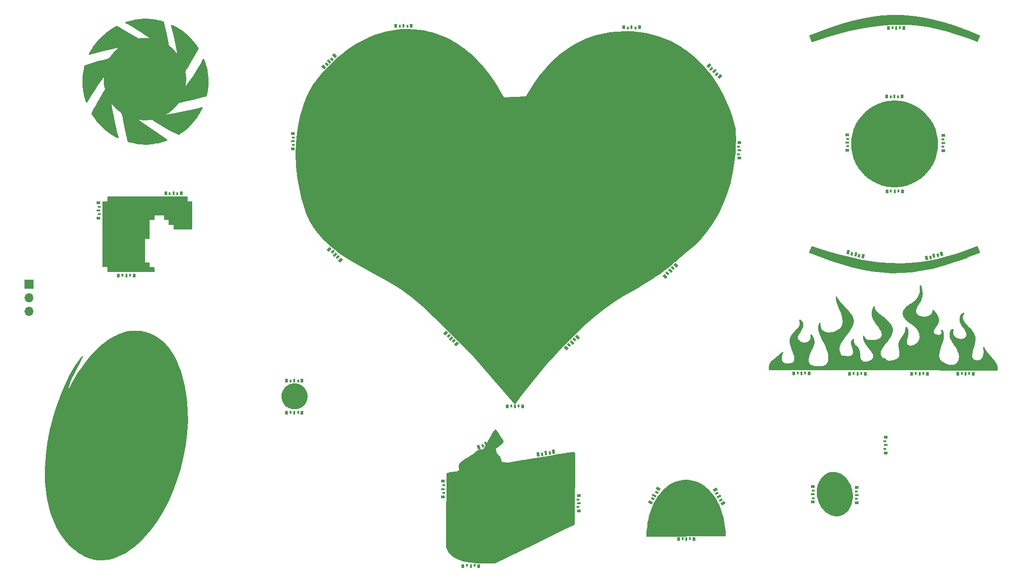
<source format=gbs>
G04 #@! TF.GenerationSoftware,KiCad,Pcbnew,9.0.0*
G04 #@! TF.CreationDate,2025-03-31T16:50:07-07:00*
G04 #@! TF.ProjectId,proto-for-mfg,70726f74-6f2d-4666-9f72-2d6d66672e6b,rev?*
G04 #@! TF.SameCoordinates,Original*
G04 #@! TF.FileFunction,Soldermask,Bot*
G04 #@! TF.FilePolarity,Negative*
%FSLAX46Y46*%
G04 Gerber Fmt 4.6, Leading zero omitted, Abs format (unit mm)*
G04 Created by KiCad (PCBNEW 9.0.0) date 2025-03-31 16:50:07*
%MOMM*%
%LPD*%
G01*
G04 APERTURE LIST*
G04 Aperture macros list*
%AMRotRect*
0 Rectangle, with rotation*
0 The origin of the aperture is its center*
0 $1 length*
0 $2 width*
0 $3 Rotation angle, in degrees counterclockwise*
0 Add horizontal line*
21,1,$1,$2,0,0,$3*%
G04 Aperture macros list end*
%ADD10R,1.700000X1.700000*%
%ADD11O,1.700000X1.700000*%
%ADD12RotRect,0.500000X0.800000X345.000000*%
%ADD13RotRect,0.400000X0.600000X345.000000*%
%ADD14RotRect,0.400000X0.800000X345.000000*%
%ADD15RotRect,0.500000X0.800000X225.000000*%
%ADD16RotRect,0.400000X0.600000X225.000000*%
%ADD17RotRect,0.400000X0.800000X225.000000*%
%ADD18R,0.500000X0.800000*%
%ADD19R,0.400000X0.600000*%
%ADD20R,0.400000X0.800000*%
%ADD21RotRect,0.500000X0.800000X15.000000*%
%ADD22RotRect,0.400000X0.600000X15.000000*%
%ADD23RotRect,0.400000X0.800000X15.000000*%
%ADD24RotRect,0.500000X0.800000X45.000000*%
%ADD25RotRect,0.400000X0.600000X45.000000*%
%ADD26RotRect,0.400000X0.800000X45.000000*%
%ADD27RotRect,0.500000X0.800000X10.000000*%
%ADD28RotRect,0.400000X0.600000X10.000000*%
%ADD29RotRect,0.400000X0.800000X10.000000*%
%ADD30R,0.800000X0.500000*%
%ADD31R,0.600000X0.400000*%
%ADD32R,0.800000X0.400000*%
%ADD33RotRect,0.500000X0.800000X315.000000*%
%ADD34RotRect,0.400000X0.600000X315.000000*%
%ADD35RotRect,0.400000X0.800000X315.000000*%
%ADD36RotRect,0.500000X0.800000X135.000000*%
%ADD37RotRect,0.400000X0.600000X135.000000*%
%ADD38RotRect,0.400000X0.800000X135.000000*%
%ADD39RotRect,0.500000X0.800000X60.000000*%
%ADD40RotRect,0.400000X0.600000X60.000000*%
%ADD41RotRect,0.400000X0.800000X60.000000*%
%ADD42RotRect,0.500000X0.800000X300.000000*%
%ADD43RotRect,0.400000X0.600000X300.000000*%
%ADD44RotRect,0.400000X0.800000X300.000000*%
%ADD45RotRect,0.500000X0.800000X25.000000*%
%ADD46RotRect,0.400000X0.600000X25.000000*%
%ADD47RotRect,0.400000X0.800000X25.000000*%
G04 APERTURE END LIST*
D10*
X27469855Y-91056947D03*
D11*
X27469855Y-93596947D03*
X27469855Y-96136947D03*
D12*
X183295181Y-85779468D03*
D13*
X182544855Y-85681947D03*
D14*
X181894589Y-85404181D03*
D13*
X181192559Y-85319600D03*
D12*
X180493997Y-85028893D03*
D15*
X127854906Y-102965031D03*
D16*
X128314525Y-102363990D03*
D17*
X128880210Y-101939726D03*
D16*
X129304474Y-101374041D03*
D15*
X129905515Y-100914422D03*
D18*
X98887855Y-42664305D03*
D19*
X98137855Y-42764305D03*
D20*
X97437855Y-42664305D03*
D19*
X96737855Y-42764305D03*
D18*
X95987855Y-42664305D03*
X108544855Y-143731947D03*
D19*
X109294855Y-143631947D03*
D20*
X109994855Y-143731947D03*
D19*
X110694855Y-143631947D03*
D18*
X111444855Y-143731947D03*
X180769855Y-107806947D03*
D19*
X181519855Y-107706947D03*
D20*
X182219855Y-107806947D03*
D19*
X182919855Y-107706947D03*
D18*
X183669855Y-107806947D03*
D21*
X197907506Y-85333363D03*
D22*
X197208944Y-85624070D03*
D23*
X196506914Y-85708651D03*
D22*
X195856648Y-85986417D03*
D21*
X195106322Y-86083938D03*
D18*
X119837855Y-87389305D03*
D19*
X119087855Y-87489305D03*
D20*
X118387855Y-87389305D03*
D19*
X117687855Y-87489305D03*
D18*
X116937855Y-87389305D03*
D24*
X84534804Y-48296287D03*
D25*
X84075185Y-48897328D03*
D26*
X83509500Y-49321592D03*
D25*
X83085236Y-49887277D03*
D24*
X82484195Y-50346896D03*
D18*
X55919855Y-73956947D03*
D19*
X55169855Y-74056947D03*
D20*
X54469855Y-73956947D03*
D19*
X53769855Y-74056947D03*
D18*
X53019855Y-73956947D03*
D27*
X125455011Y-122338626D03*
D28*
X124733769Y-122567343D03*
D29*
X124027039Y-122590416D03*
D28*
X123355039Y-122810450D03*
D27*
X122599069Y-122842205D03*
D30*
X173869855Y-128881947D03*
D31*
X173969855Y-129631947D03*
D32*
X173869855Y-130331947D03*
D31*
X173969855Y-131031947D03*
D30*
X173869855Y-131781947D03*
X39294855Y-116206947D03*
D31*
X39194855Y-115456947D03*
D32*
X39294855Y-114756947D03*
D31*
X39194855Y-114056947D03*
D30*
X39294855Y-113306947D03*
D18*
X44969855Y-107081947D03*
D19*
X45719855Y-106981947D03*
D20*
X46419855Y-107081947D03*
D19*
X47119855Y-106981947D03*
D18*
X47869855Y-107081947D03*
X200944855Y-107781947D03*
D19*
X201694855Y-107681947D03*
D20*
X202394855Y-107781947D03*
D19*
X203094855Y-107681947D03*
D18*
X203844855Y-107781947D03*
D30*
X160119855Y-67431947D03*
D31*
X160019855Y-66681947D03*
D32*
X160119855Y-65981947D03*
D31*
X160019855Y-65281947D03*
D30*
X160119855Y-64531947D03*
X198294855Y-66031834D03*
D31*
X198194855Y-65281834D03*
D32*
X198294855Y-64581834D03*
D31*
X198194855Y-63881834D03*
D30*
X198294855Y-63131834D03*
D18*
X78494855Y-109031947D03*
D19*
X77744855Y-109131947D03*
D20*
X77044855Y-109031947D03*
D19*
X76344855Y-109131947D03*
D18*
X75594855Y-109031947D03*
D30*
X36669855Y-128031947D03*
D31*
X36569855Y-127281947D03*
D32*
X36669855Y-126581947D03*
D31*
X36569855Y-125881947D03*
D30*
X36669855Y-125131947D03*
D18*
X44194855Y-89431947D03*
D19*
X44944855Y-89331947D03*
D20*
X45644855Y-89431947D03*
D19*
X46344855Y-89331947D03*
D18*
X47094855Y-89431947D03*
D30*
X104819855Y-127881947D03*
D31*
X104919855Y-128631947D03*
D32*
X104819855Y-129331947D03*
D31*
X104919855Y-130031947D03*
D30*
X104819855Y-130781947D03*
X187469855Y-122556947D03*
D31*
X187369855Y-121806947D03*
D32*
X187469855Y-121106947D03*
D31*
X187369855Y-120406947D03*
D30*
X187469855Y-119656947D03*
X54944855Y-52206947D03*
D31*
X55044855Y-52956947D03*
D32*
X54944855Y-53656947D03*
D31*
X55044855Y-54356947D03*
D30*
X54944855Y-55106947D03*
X130219855Y-62406947D03*
D31*
X130319855Y-63156947D03*
D32*
X130219855Y-63856947D03*
D31*
X130319855Y-64556947D03*
D30*
X130219855Y-65306947D03*
D18*
X116808683Y-113862029D03*
D19*
X117558683Y-113762029D03*
D20*
X118258683Y-113862029D03*
D19*
X118958683Y-113762029D03*
D18*
X119708683Y-113862029D03*
X48644855Y-47006947D03*
D19*
X49394855Y-46906947D03*
D20*
X50094855Y-47006947D03*
D19*
X50794855Y-46906947D03*
D18*
X51544855Y-47006947D03*
D15*
X146229906Y-89542607D03*
D16*
X146689525Y-88941566D03*
D17*
X147255210Y-88517302D03*
D16*
X147679474Y-87951617D03*
D15*
X148280515Y-87491998D03*
D33*
X109445896Y-75966566D03*
D34*
X108844855Y-75506947D03*
D35*
X108420591Y-74941262D03*
D34*
X107854906Y-74516998D03*
D33*
X107395287Y-73915957D03*
D36*
X83569550Y-84481643D03*
D37*
X84170591Y-84941262D03*
D38*
X84594855Y-85506947D03*
D37*
X85160540Y-85931211D03*
D36*
X85620159Y-86532252D03*
D18*
X187720555Y-73631947D03*
D19*
X188470555Y-73531947D03*
D20*
X189170555Y-73631947D03*
D19*
X189870555Y-73531947D03*
D18*
X190620555Y-73631947D03*
D30*
X113469855Y-134581947D03*
D31*
X113569855Y-135331947D03*
D32*
X113469855Y-136031947D03*
D31*
X113569855Y-136731947D03*
D30*
X113469855Y-137481947D03*
X76752213Y-62813947D03*
D31*
X76852213Y-63563947D03*
D32*
X76752213Y-64263947D03*
D31*
X76852213Y-64963947D03*
D30*
X76752213Y-65713947D03*
D39*
X145001554Y-129276210D03*
D40*
X144713156Y-129975729D03*
D41*
X144276554Y-130531947D03*
D40*
X144013156Y-131188165D03*
D39*
X143551554Y-131787684D03*
D30*
X50419855Y-113806947D03*
D31*
X50519855Y-114556947D03*
D32*
X50419855Y-115256947D03*
D31*
X50519855Y-115956947D03*
D30*
X50419855Y-116706947D03*
D18*
X190569855Y-55856947D03*
D19*
X189819855Y-55956947D03*
D20*
X189119855Y-55856947D03*
D19*
X188419855Y-55956947D03*
D18*
X187669855Y-55856947D03*
D30*
X104144855Y-64506947D03*
D31*
X104044855Y-63756947D03*
D32*
X104144855Y-63056947D03*
D31*
X104044855Y-62356947D03*
D30*
X104144855Y-61606947D03*
D18*
X170319855Y-107681947D03*
D19*
X171069855Y-107581947D03*
D20*
X171769855Y-107681947D03*
D19*
X172469855Y-107581947D03*
D18*
X173219855Y-107681947D03*
X192369855Y-107806947D03*
D19*
X193119855Y-107706947D03*
D20*
X193819855Y-107806947D03*
D19*
X194519855Y-107706947D03*
D18*
X195269855Y-107806947D03*
D36*
X105259195Y-100166998D03*
D37*
X105860236Y-100626617D03*
D38*
X106284500Y-101192302D03*
D37*
X106850185Y-101616566D03*
D36*
X107309804Y-102217607D03*
D18*
X49644855Y-58756947D03*
D19*
X48894855Y-58856947D03*
D20*
X48194855Y-58756947D03*
D19*
X47494855Y-58856947D03*
D18*
X46744855Y-58756947D03*
D24*
X126794855Y-73356947D03*
D25*
X126335236Y-73957988D03*
D26*
X125769551Y-74382252D03*
D25*
X125345287Y-74947937D03*
D24*
X124744246Y-75407556D03*
D30*
X43469855Y-53631947D03*
D31*
X43369855Y-52881947D03*
D32*
X43469855Y-52181947D03*
D31*
X43369855Y-51481947D03*
D30*
X43469855Y-50731947D03*
D18*
X141488863Y-42956947D03*
D19*
X140738863Y-43056947D03*
D20*
X140038863Y-42956947D03*
D19*
X139338863Y-43056947D03*
D18*
X138588863Y-42956947D03*
X75594855Y-115056947D03*
D19*
X76344855Y-114956947D03*
D20*
X77044855Y-115056947D03*
D19*
X77744855Y-114956947D03*
D18*
X78494855Y-115056947D03*
X148794855Y-138706947D03*
D19*
X149544855Y-138606947D03*
D20*
X150244855Y-138706947D03*
D19*
X150944855Y-138606947D03*
D18*
X151694855Y-138706947D03*
D42*
X157113156Y-131962684D03*
D43*
X156651554Y-131363165D03*
D44*
X156388156Y-130706947D03*
D43*
X155951554Y-130150729D03*
D42*
X155663156Y-129451210D03*
D18*
X119594855Y-57906947D03*
D19*
X118844855Y-58006947D03*
D20*
X118144855Y-57906947D03*
D19*
X117444855Y-58006947D03*
D18*
X116694855Y-57906947D03*
D33*
X156494288Y-52151056D03*
D34*
X155893247Y-51691437D03*
D35*
X155468983Y-51125752D03*
D34*
X154903298Y-50701488D03*
D33*
X154443679Y-50100447D03*
D30*
X49544855Y-125356947D03*
D31*
X49644855Y-126106947D03*
D32*
X49544855Y-126806947D03*
D31*
X49644855Y-127506947D03*
D30*
X49544855Y-128256947D03*
X40477213Y-75763947D03*
D31*
X40577213Y-76513947D03*
D32*
X40477213Y-77213947D03*
D31*
X40577213Y-77913947D03*
D30*
X40477213Y-78663947D03*
X130144855Y-133456947D03*
D31*
X130044855Y-132706947D03*
D32*
X130144855Y-132006947D03*
D31*
X130044855Y-131306947D03*
D30*
X130144855Y-130556947D03*
D18*
X44494855Y-134981947D03*
D19*
X43744855Y-135081947D03*
D20*
X43044855Y-134981947D03*
D19*
X42344855Y-135081947D03*
D18*
X41594855Y-134981947D03*
X187994855Y-43131947D03*
D19*
X188744855Y-43031947D03*
D20*
X189444855Y-43131947D03*
D19*
X190144855Y-43031947D03*
D18*
X190894855Y-43131947D03*
D45*
X114112870Y-120273835D03*
D46*
X113475401Y-120681430D03*
D47*
X112798724Y-120886632D03*
D46*
X112206570Y-121273095D03*
D45*
X111484578Y-121499428D03*
D30*
X180294855Y-63081947D03*
D31*
X180394855Y-63831947D03*
D32*
X180294855Y-64531947D03*
D31*
X180394855Y-65231947D03*
D30*
X180294855Y-65981947D03*
X182119855Y-131931947D03*
D31*
X182019855Y-131181947D03*
D32*
X182119855Y-130481947D03*
D31*
X182019855Y-129781947D03*
D30*
X182119855Y-129031947D03*
G36*
X177825651Y-126132772D02*
G01*
X177833278Y-126133135D01*
X177992894Y-126145667D01*
X178000352Y-126146481D01*
X178159072Y-126168664D01*
X178166318Y-126169896D01*
X178324002Y-126201556D01*
X178331007Y-126203176D01*
X178487383Y-126244130D01*
X178494119Y-126246099D01*
X178648919Y-126296154D01*
X178655370Y-126298438D01*
X178808416Y-126357437D01*
X178814572Y-126360003D01*
X178965539Y-126427734D01*
X178971396Y-126430548D01*
X179120077Y-126506848D01*
X179125635Y-126509882D01*
X179271762Y-126594562D01*
X179277023Y-126597788D01*
X179420318Y-126690647D01*
X179425292Y-126694045D01*
X179565479Y-126794883D01*
X179570173Y-126798431D01*
X179707012Y-126907070D01*
X179711435Y-126910752D01*
X179844643Y-127026983D01*
X179848805Y-127030785D01*
X179978096Y-127154387D01*
X179982008Y-127158297D01*
X180107149Y-127289100D01*
X180110821Y-127293111D01*
X180231508Y-127430874D01*
X180234947Y-127434975D01*
X180350926Y-127579498D01*
X180354143Y-127583686D01*
X180465152Y-127734770D01*
X180468152Y-127739039D01*
X180573927Y-127896475D01*
X180576717Y-127900820D01*
X180676971Y-128064359D01*
X180679557Y-128068779D01*
X180774067Y-128238281D01*
X180776452Y-128242773D01*
X180864891Y-128417907D01*
X180867077Y-128422466D01*
X180949255Y-128603155D01*
X180951247Y-128607782D01*
X181026852Y-128793709D01*
X181028649Y-128798398D01*
X181097438Y-128989383D01*
X181099042Y-128994133D01*
X181160773Y-129190022D01*
X181162181Y-129194829D01*
X181216561Y-129395299D01*
X181217774Y-129400156D01*
X181264293Y-129603866D01*
X181265739Y-129611212D01*
X181334216Y-130024691D01*
X181335452Y-130034631D01*
X181369429Y-130441478D01*
X181369859Y-130451514D01*
X181370772Y-130850618D01*
X181370382Y-130860728D01*
X181339466Y-131249666D01*
X181338234Y-131259833D01*
X181276737Y-131636249D01*
X181274622Y-131646471D01*
X181183807Y-132007939D01*
X181180751Y-132018202D01*
X181061913Y-132362310D01*
X181057838Y-132372597D01*
X180912277Y-132696984D01*
X180907081Y-132707258D01*
X180736126Y-133009562D01*
X180729693Y-133019749D01*
X180533751Y-133298981D01*
X180528044Y-133306490D01*
X180422914Y-133434401D01*
X180418658Y-133439310D01*
X180307023Y-133561483D01*
X180302393Y-133566285D01*
X180185430Y-133681217D01*
X180180419Y-133685876D01*
X180058245Y-133793345D01*
X180052846Y-133797830D01*
X179925628Y-133897555D01*
X179919844Y-133901824D01*
X179787751Y-133993530D01*
X179781591Y-133997541D01*
X179644723Y-134080998D01*
X179638202Y-134084709D01*
X179496725Y-134159637D01*
X179489870Y-134163001D01*
X179343894Y-134229149D01*
X179336742Y-134232124D01*
X179186385Y-134289231D01*
X179178978Y-134291780D01*
X179024327Y-134339586D01*
X179016721Y-134341675D01*
X178857855Y-134379910D01*
X178850127Y-134381511D01*
X178689171Y-134409558D01*
X178681361Y-134410664D01*
X178520452Y-134428257D01*
X178512643Y-134428862D01*
X178351978Y-134436214D01*
X178344231Y-134436327D01*
X178183973Y-134433640D01*
X178176346Y-134433277D01*
X178016731Y-134420745D01*
X178009273Y-134419931D01*
X177850552Y-134397748D01*
X177843306Y-134396516D01*
X177685623Y-134364856D01*
X177678618Y-134363236D01*
X177522242Y-134322282D01*
X177515507Y-134320313D01*
X177360696Y-134270255D01*
X177354244Y-134267971D01*
X177201219Y-134208980D01*
X177195063Y-134206414D01*
X177044086Y-134138678D01*
X177038229Y-134135864D01*
X176889548Y-134059564D01*
X176883990Y-134056530D01*
X176737863Y-133971850D01*
X176732602Y-133968624D01*
X176589307Y-133875765D01*
X176584332Y-133872367D01*
X176444136Y-133771521D01*
X176439444Y-133767973D01*
X176302624Y-133659350D01*
X176298200Y-133655668D01*
X176164982Y-133539429D01*
X176160820Y-133535627D01*
X176031530Y-133412025D01*
X176027618Y-133408115D01*
X175902477Y-133277312D01*
X175898805Y-133273301D01*
X175778118Y-133135538D01*
X175774679Y-133131437D01*
X175658701Y-132986914D01*
X175655484Y-132982726D01*
X175544475Y-132831641D01*
X175541476Y-132827373D01*
X175435701Y-132669939D01*
X175432910Y-132665593D01*
X175332645Y-132502034D01*
X175330060Y-132497614D01*
X175235571Y-132328150D01*
X175233186Y-132323658D01*
X175144731Y-132148494D01*
X175142543Y-132143934D01*
X175060375Y-131963266D01*
X175058384Y-131958640D01*
X174982774Y-131772702D01*
X174980977Y-131768013D01*
X174912189Y-131577030D01*
X174910585Y-131572279D01*
X174848856Y-131376395D01*
X174847448Y-131371590D01*
X174793062Y-131171103D01*
X174791849Y-131166244D01*
X174745335Y-130962549D01*
X174743889Y-130955204D01*
X174675411Y-130541720D01*
X174674175Y-130531780D01*
X174640198Y-130124934D01*
X174639768Y-130114898D01*
X174638855Y-129715794D01*
X174639245Y-129705684D01*
X174670161Y-129316746D01*
X174671393Y-129306579D01*
X174732890Y-128930163D01*
X174735005Y-128919941D01*
X174825820Y-128558473D01*
X174828876Y-128548210D01*
X174947714Y-128204102D01*
X174951789Y-128193815D01*
X175097350Y-127869428D01*
X175102546Y-127859154D01*
X175273500Y-127556851D01*
X175279933Y-127546664D01*
X175475881Y-127267424D01*
X175481588Y-127259916D01*
X175586704Y-127132021D01*
X175590960Y-127127110D01*
X175702595Y-127004938D01*
X175707224Y-127000138D01*
X175824204Y-126885187D01*
X175829217Y-126880526D01*
X175951382Y-126773066D01*
X175956780Y-126768582D01*
X176083998Y-126668857D01*
X176089782Y-126664588D01*
X176221881Y-126572877D01*
X176228042Y-126568865D01*
X176364909Y-126485410D01*
X176371428Y-126481701D01*
X176512887Y-126406782D01*
X176519742Y-126403417D01*
X176665730Y-126337263D01*
X176672883Y-126334288D01*
X176823240Y-126277181D01*
X176830647Y-126274632D01*
X176985298Y-126226826D01*
X176992904Y-126224737D01*
X177151769Y-126186502D01*
X177159497Y-126184901D01*
X177320439Y-126156856D01*
X177328250Y-126155749D01*
X177489187Y-126138154D01*
X177496994Y-126137550D01*
X177657646Y-126130198D01*
X177665394Y-126130085D01*
X177825651Y-126132772D01*
G37*
G36*
X150611551Y-127631719D02*
G01*
X150620164Y-127632320D01*
X151007499Y-127672923D01*
X151016078Y-127674126D01*
X151395277Y-127740907D01*
X151403726Y-127742701D01*
X151774500Y-127835007D01*
X151782726Y-127837359D01*
X152144878Y-127954567D01*
X152152799Y-127957431D01*
X152506082Y-128098925D01*
X152513633Y-128102245D01*
X152857764Y-128267411D01*
X152864893Y-128271121D01*
X153199625Y-128459370D01*
X153206299Y-128463405D01*
X153531307Y-128674120D01*
X153537507Y-128678413D01*
X153852494Y-128910996D01*
X153858215Y-128915485D01*
X154162880Y-129169345D01*
X154168128Y-129173976D01*
X154462084Y-129448448D01*
X154466875Y-129453170D01*
X154749854Y-129747696D01*
X154754207Y-129752470D01*
X155024834Y-130065236D01*
X155030597Y-130072420D01*
X155539300Y-130757082D01*
X155545707Y-130766593D01*
X156003877Y-131519802D01*
X156009013Y-131529124D01*
X156414818Y-132346883D01*
X156418878Y-132355962D01*
X156769573Y-133232956D01*
X156772721Y-133241782D01*
X157065596Y-134172663D01*
X157067963Y-134181252D01*
X157300341Y-135160663D01*
X157302026Y-135169043D01*
X157471249Y-136191578D01*
X157472327Y-136199783D01*
X157575898Y-137261372D01*
X157576310Y-137266840D01*
X157617992Y-138052033D01*
X157601889Y-138120021D01*
X157551584Y-138168511D01*
X157494792Y-138182604D01*
X142907887Y-138256275D01*
X142840749Y-138236930D01*
X142794728Y-138184357D01*
X142783523Y-138124226D01*
X142798955Y-137887024D01*
X142825475Y-137344235D01*
X142825740Y-137340177D01*
X142869369Y-136806783D01*
X142869770Y-136802704D01*
X142930281Y-136277328D01*
X142930824Y-136273222D01*
X143007874Y-135756677D01*
X143008563Y-135752540D01*
X143101822Y-135245496D01*
X143102664Y-135241323D01*
X143211795Y-134744513D01*
X143212798Y-134740299D01*
X143337462Y-134254442D01*
X143338636Y-134250181D01*
X143478508Y-133775945D01*
X143479866Y-133771634D01*
X143634574Y-133309838D01*
X143636128Y-133305471D01*
X143805358Y-132856752D01*
X143807124Y-132852328D01*
X143990521Y-132417421D01*
X143992518Y-132412936D01*
X144189724Y-131992586D01*
X144191971Y-131988040D01*
X144402660Y-131582907D01*
X144405181Y-131578302D01*
X144628958Y-131189182D01*
X144631775Y-131184522D01*
X144868342Y-130812022D01*
X144871484Y-130807316D01*
X145120441Y-130452212D01*
X145123935Y-130447472D01*
X145384942Y-130110436D01*
X145388818Y-130105679D01*
X145661512Y-129787414D01*
X145665798Y-129782665D01*
X145949835Y-129483840D01*
X145954560Y-129479130D01*
X146249561Y-129200449D01*
X146254748Y-129195817D01*
X146560388Y-128937929D01*
X146566058Y-128933422D01*
X146881959Y-128697016D01*
X146888121Y-128692689D01*
X147214009Y-128478377D01*
X147220665Y-128474295D01*
X147556145Y-128282774D01*
X147563280Y-128279003D01*
X147908086Y-128110890D01*
X147915670Y-128107501D01*
X148269522Y-127963437D01*
X148277510Y-127960501D01*
X148640100Y-127841149D01*
X148648424Y-127838728D01*
X149019515Y-127744735D01*
X149028093Y-127742882D01*
X149407470Y-127674912D01*
X149416208Y-127673666D01*
X149803603Y-127632413D01*
X149812395Y-127631792D01*
X150207641Y-127617957D01*
X150216294Y-127617956D01*
X150611551Y-127631719D01*
G37*
G36*
X193999834Y-91180162D02*
G01*
X194051025Y-91217252D01*
X194058486Y-91226365D01*
X194064087Y-91233752D01*
X194081618Y-91258767D01*
X194085888Y-91265287D01*
X194104727Y-91296124D01*
X194108054Y-91301916D01*
X194127730Y-91338405D01*
X194130369Y-91343585D01*
X194150584Y-91385686D01*
X194152718Y-91390377D01*
X194173203Y-91438018D01*
X194174948Y-91442294D01*
X194195478Y-91495408D01*
X194196921Y-91499340D01*
X194217314Y-91557909D01*
X194218520Y-91561553D01*
X194238599Y-91625532D01*
X194239614Y-91628935D01*
X194259096Y-91697861D01*
X194260183Y-91701973D01*
X194309708Y-91903338D01*
X194310892Y-91908656D01*
X194350006Y-92104404D01*
X194351022Y-92110198D01*
X194379840Y-92301168D01*
X194380621Y-92307420D01*
X194399139Y-92493930D01*
X194399620Y-92500594D01*
X194407852Y-92683104D01*
X194407970Y-92690116D01*
X194405914Y-92869048D01*
X194405617Y-92876318D01*
X194393259Y-93052124D01*
X194392513Y-93059542D01*
X194369819Y-93232705D01*
X194368612Y-93240150D01*
X194335521Y-93411157D01*
X194333867Y-93418500D01*
X194290299Y-93587812D01*
X194288238Y-93594933D01*
X194234078Y-93763054D01*
X194231669Y-93769848D01*
X194166797Y-93937206D01*
X194164116Y-93943588D01*
X194088394Y-94110621D01*
X194085522Y-94116535D01*
X193998800Y-94283664D01*
X193995818Y-94289076D01*
X193897968Y-94456659D01*
X193894951Y-94461560D01*
X193784755Y-94631640D01*
X193784172Y-94632532D01*
X193657161Y-94824919D01*
X193544863Y-95006932D01*
X193447420Y-95178739D01*
X193404236Y-95260988D01*
X193364793Y-95340771D01*
X193328983Y-95418338D01*
X193296898Y-95493540D01*
X193268448Y-95566626D01*
X193243666Y-95637555D01*
X193222545Y-95706378D01*
X193205066Y-95773193D01*
X193191219Y-95838062D01*
X193181008Y-95900997D01*
X193181002Y-95901040D01*
X193174411Y-95962120D01*
X193171429Y-96021452D01*
X193172050Y-96079077D01*
X193176268Y-96135032D01*
X193184073Y-96189370D01*
X193195457Y-96242173D01*
X193210414Y-96293499D01*
X193210417Y-96293509D01*
X193228938Y-96343409D01*
X193251017Y-96391953D01*
X193276639Y-96439184D01*
X193305799Y-96485170D01*
X193338491Y-96529976D01*
X193338507Y-96529996D01*
X193374716Y-96573669D01*
X193414448Y-96616288D01*
X193414457Y-96616297D01*
X193457654Y-96657873D01*
X193457688Y-96657903D01*
X193504419Y-96698567D01*
X193592476Y-96766135D01*
X193685093Y-96826763D01*
X193781756Y-96880554D01*
X193781764Y-96880558D01*
X193882029Y-96927651D01*
X193882031Y-96927652D01*
X193985415Y-96968164D01*
X194091416Y-97002208D01*
X194199606Y-97029922D01*
X194309472Y-97051413D01*
X194420519Y-97066803D01*
X194532308Y-97076217D01*
X194644359Y-97079772D01*
X194756105Y-97077593D01*
X194756150Y-97077591D01*
X194867237Y-97069795D01*
X194977160Y-97056500D01*
X195085406Y-97037831D01*
X195085410Y-97037830D01*
X195191474Y-97013916D01*
X195191495Y-97013911D01*
X195294946Y-96984863D01*
X195395329Y-96950793D01*
X195492138Y-96911830D01*
X195584862Y-96868109D01*
X195673072Y-96819727D01*
X195756249Y-96766830D01*
X195756264Y-96766820D01*
X195833959Y-96709509D01*
X195905691Y-96647905D01*
X195970983Y-96582128D01*
X196029345Y-96512315D01*
X196080297Y-96438584D01*
X196080305Y-96438571D01*
X196123378Y-96361035D01*
X196123386Y-96361019D01*
X196158103Y-96279795D01*
X196183988Y-96194996D01*
X196200555Y-96106766D01*
X196207317Y-96015386D01*
X196207350Y-96014952D01*
X196211382Y-95962940D01*
X196214372Y-95943850D01*
X196217412Y-95931060D01*
X196252065Y-95870389D01*
X196314019Y-95838085D01*
X196383602Y-95844404D01*
X196385922Y-95845347D01*
X196402837Y-95852426D01*
X196417278Y-95859607D01*
X196451593Y-95879552D01*
X196461418Y-95885900D01*
X196501064Y-95914256D01*
X196510853Y-95922033D01*
X196608452Y-96007935D01*
X196616744Y-96015947D01*
X196723621Y-96129294D01*
X196729222Y-96135656D01*
X196841556Y-96272413D01*
X196845830Y-96277926D01*
X196958973Y-96432649D01*
X196962579Y-96437854D01*
X197072407Y-96605368D01*
X197075712Y-96610699D01*
X197178260Y-96785825D01*
X197181497Y-96791712D01*
X197272955Y-96969310D01*
X197276280Y-96976294D01*
X197352852Y-97150956D01*
X197356339Y-97159821D01*
X197414965Y-97327516D01*
X197417619Y-97336093D01*
X197438310Y-97412669D01*
X197440010Y-97419787D01*
X197455233Y-97493048D01*
X197456707Y-97501650D01*
X197465866Y-97569348D01*
X197466835Y-97579874D01*
X197469892Y-97641947D01*
X197469952Y-97652777D01*
X197467679Y-97712313D01*
X197467091Y-97720531D01*
X197460145Y-97786682D01*
X197459228Y-97793556D01*
X197447682Y-97864853D01*
X197446584Y-97870730D01*
X197430593Y-97946209D01*
X197429389Y-97951350D01*
X197409161Y-98030123D01*
X197407887Y-98034716D01*
X197383663Y-98115951D01*
X197382329Y-98120152D01*
X197354353Y-98203084D01*
X197352958Y-98207000D01*
X197321530Y-98290782D01*
X197320060Y-98294516D01*
X197285410Y-98378516D01*
X197283846Y-98382143D01*
X197246319Y-98465483D01*
X197244631Y-98469077D01*
X197204466Y-98551150D01*
X197202615Y-98554780D01*
X197160142Y-98634799D01*
X197158082Y-98638525D01*
X197113632Y-98715743D01*
X197111294Y-98719638D01*
X197065161Y-98793393D01*
X197062461Y-98797524D01*
X197015058Y-98866998D01*
X197011878Y-98871445D01*
X196962259Y-98937694D01*
X196961126Y-98939183D01*
X196903228Y-99014101D01*
X196848557Y-99087547D01*
X196797581Y-99158946D01*
X196750440Y-99228126D01*
X196707021Y-99295279D01*
X196667382Y-99360341D01*
X196631524Y-99423333D01*
X196599424Y-99484317D01*
X196571083Y-99543321D01*
X196546521Y-99600333D01*
X196546518Y-99600338D01*
X196525732Y-99655373D01*
X196508695Y-99708538D01*
X196495432Y-99759785D01*
X196485940Y-99809138D01*
X196480212Y-99856661D01*
X196480210Y-99856685D01*
X196478253Y-99902349D01*
X196478253Y-99902350D01*
X196480062Y-99946256D01*
X196485638Y-99988363D01*
X196494982Y-100028727D01*
X196508097Y-100067368D01*
X196508098Y-100067372D01*
X196524976Y-100104303D01*
X196545627Y-100139562D01*
X196545628Y-100139564D01*
X196570038Y-100173158D01*
X196570057Y-100173182D01*
X196598226Y-100205137D01*
X196630185Y-100235514D01*
X196665901Y-100264302D01*
X196665911Y-100264310D01*
X196705394Y-100291542D01*
X196748658Y-100317253D01*
X196795692Y-100341459D01*
X196846474Y-100364174D01*
X196846503Y-100364186D01*
X196901048Y-100385444D01*
X196959370Y-100405274D01*
X197018419Y-100422791D01*
X197076368Y-100437608D01*
X197133083Y-100449764D01*
X197188548Y-100459324D01*
X197242656Y-100466332D01*
X197295298Y-100470835D01*
X197295344Y-100470838D01*
X197346409Y-100472887D01*
X197395909Y-100472535D01*
X197395922Y-100472534D01*
X197443713Y-100469828D01*
X197489727Y-100464815D01*
X197489744Y-100464813D01*
X197533861Y-100457550D01*
X197576020Y-100448081D01*
X197576041Y-100448076D01*
X197616160Y-100436451D01*
X197616178Y-100436445D01*
X197654170Y-100422714D01*
X197654177Y-100422711D01*
X197689946Y-100406926D01*
X197689949Y-100406925D01*
X197723442Y-100389122D01*
X197723445Y-100389120D01*
X197754533Y-100369370D01*
X197754544Y-100369362D01*
X197783161Y-100347706D01*
X197809234Y-100324182D01*
X197832669Y-100298842D01*
X197853358Y-100271770D01*
X197853374Y-100271747D01*
X197871251Y-100242967D01*
X197871262Y-100242949D01*
X197886242Y-100212514D01*
X197886259Y-100212475D01*
X197898261Y-100180425D01*
X197898263Y-100180420D01*
X197907205Y-100146785D01*
X197907206Y-100146781D01*
X197912992Y-100111654D01*
X197912995Y-100111631D01*
X197915546Y-100075041D01*
X197915547Y-100075018D01*
X197914775Y-100037021D01*
X197910593Y-99997632D01*
X197902919Y-99956940D01*
X197902917Y-99956931D01*
X197891662Y-99914970D01*
X197891659Y-99914963D01*
X197876746Y-99871807D01*
X197870658Y-99855248D01*
X197869467Y-99851857D01*
X197864597Y-99837324D01*
X197863479Y-99833817D01*
X197859191Y-99819637D01*
X197858150Y-99815995D01*
X197854443Y-99802232D01*
X197853493Y-99798470D01*
X197850349Y-99785151D01*
X197849489Y-99781228D01*
X197846899Y-99768413D01*
X197846143Y-99764319D01*
X197844076Y-99751970D01*
X197843436Y-99747686D01*
X197841891Y-99735952D01*
X197841386Y-99731491D01*
X197840323Y-99720300D01*
X197839967Y-99715606D01*
X197839371Y-99705113D01*
X197839189Y-99700179D01*
X197839023Y-99690370D01*
X197839044Y-99685153D01*
X197839273Y-99676053D01*
X197839532Y-99670577D01*
X197840110Y-99662258D01*
X197840647Y-99656484D01*
X197841518Y-99649018D01*
X197842392Y-99642873D01*
X197843506Y-99636232D01*
X197844763Y-99629788D01*
X197846037Y-99624068D01*
X197847766Y-99617227D01*
X197849123Y-99612437D01*
X197851382Y-99605294D01*
X197852735Y-99601426D01*
X197855634Y-99593928D01*
X197856153Y-99592705D01*
X197900462Y-99538682D01*
X197966944Y-99517190D01*
X197982537Y-99517750D01*
X197996664Y-99519151D01*
X198021075Y-99524085D01*
X198038042Y-99529334D01*
X198060051Y-99538546D01*
X198078015Y-99548191D01*
X198095965Y-99559935D01*
X198115860Y-99575566D01*
X198129476Y-99588008D01*
X198151038Y-99610878D01*
X198160923Y-99622768D01*
X198181716Y-99651215D01*
X198191456Y-99666861D01*
X198237253Y-99754311D01*
X198244476Y-99770967D01*
X198283733Y-99883416D01*
X198287442Y-99896210D01*
X198319236Y-100032980D01*
X198321151Y-100043111D01*
X198344158Y-100200410D01*
X198345092Y-100208770D01*
X198358612Y-100383131D01*
X198358960Y-100390328D01*
X198362588Y-100578573D01*
X198362544Y-100585026D01*
X198356017Y-100784073D01*
X198355674Y-100790085D01*
X198338801Y-100997043D01*
X198338191Y-101002839D01*
X198310837Y-101214786D01*
X198309954Y-101220552D01*
X198272017Y-101434617D01*
X198270824Y-101440516D01*
X198222219Y-101653920D01*
X198220643Y-101660100D01*
X198161348Y-101869952D01*
X198159280Y-101876561D01*
X198088465Y-102082477D01*
X198087588Y-102084941D01*
X197944196Y-102474942D01*
X197820597Y-102834843D01*
X197766412Y-103003650D01*
X197717360Y-103165200D01*
X197673381Y-103319963D01*
X197634541Y-103467992D01*
X197600846Y-103609518D01*
X197572285Y-103744883D01*
X197548884Y-103874252D01*
X197530661Y-103997823D01*
X197517616Y-104115884D01*
X197509766Y-104228671D01*
X197507126Y-104336361D01*
X197509702Y-104439179D01*
X197517511Y-104537426D01*
X197530558Y-104631253D01*
X197530565Y-104631294D01*
X197548868Y-104720989D01*
X197548871Y-104721002D01*
X197572442Y-104806781D01*
X197572448Y-104806801D01*
X197601284Y-104888862D01*
X197601301Y-104888906D01*
X197635438Y-104967541D01*
X197674887Y-105042968D01*
X197719648Y-105115392D01*
X197769733Y-105185050D01*
X197825169Y-105252186D01*
X197885961Y-105317023D01*
X197952068Y-105379737D01*
X197952114Y-105379779D01*
X198023594Y-105440655D01*
X198100509Y-105499958D01*
X198182804Y-105557864D01*
X198270516Y-105614625D01*
X198495346Y-105745773D01*
X198495358Y-105745780D01*
X198714208Y-105856231D01*
X198714220Y-105856237D01*
X198926672Y-105946607D01*
X199132327Y-106017514D01*
X199330726Y-106069557D01*
X199521465Y-106103348D01*
X199704103Y-106119495D01*
X199878229Y-106118608D01*
X199878234Y-106118608D01*
X200043398Y-106101296D01*
X200199221Y-106068164D01*
X200345237Y-106019827D01*
X200345245Y-106019825D01*
X200481031Y-105956895D01*
X200481039Y-105956891D01*
X200606196Y-105879964D01*
X200720281Y-105789659D01*
X200822872Y-105686582D01*
X200822878Y-105686575D01*
X200913543Y-105571345D01*
X200991873Y-105444547D01*
X200991877Y-105444539D01*
X201057425Y-105306817D01*
X201057426Y-105306814D01*
X201109789Y-105158740D01*
X201109793Y-105158727D01*
X201148532Y-105000935D01*
X201173230Y-104834011D01*
X201183454Y-104658589D01*
X201178784Y-104475263D01*
X201178784Y-104475259D01*
X201158793Y-104284646D01*
X201123056Y-104087347D01*
X201071151Y-103883983D01*
X201002644Y-103675143D01*
X201002638Y-103675129D01*
X200917120Y-103461462D01*
X200917107Y-103461433D01*
X200814146Y-103243525D01*
X200693297Y-103021946D01*
X200693295Y-103021943D01*
X200554162Y-102797359D01*
X200396284Y-102570323D01*
X200306323Y-102445668D01*
X200305164Y-102444035D01*
X200217810Y-102318778D01*
X200216717Y-102317183D01*
X200131873Y-102191390D01*
X200130822Y-102189806D01*
X200049077Y-102064505D01*
X200048050Y-102062904D01*
X199969733Y-101938737D01*
X199968709Y-101937086D01*
X199894434Y-101815134D01*
X199893395Y-101813395D01*
X199823681Y-101694606D01*
X199822603Y-101692732D01*
X199757851Y-101577856D01*
X199756708Y-101575784D01*
X199697498Y-101465888D01*
X199696262Y-101463533D01*
X199643087Y-101359558D01*
X199641716Y-101356793D01*
X199595073Y-101259704D01*
X199593520Y-101256344D01*
X199553989Y-101167345D01*
X199552191Y-101163084D01*
X199520309Y-101083424D01*
X199518194Y-101077740D01*
X199494507Y-101008987D01*
X199492034Y-101000929D01*
X199477034Y-100945392D01*
X199474363Y-100933033D01*
X199467242Y-100889402D01*
X199466009Y-100879203D01*
X199453625Y-100722595D01*
X199453415Y-100719426D01*
X199445454Y-100570207D01*
X199445337Y-100567442D01*
X199443178Y-100497768D01*
X199443132Y-100495710D01*
X199442166Y-100428535D01*
X199442154Y-100426292D01*
X199442393Y-100361899D01*
X199442426Y-100359451D01*
X199443871Y-100297846D01*
X199443962Y-100295178D01*
X199446613Y-100236286D01*
X199446779Y-100233375D01*
X199450626Y-100177299D01*
X199450884Y-100174134D01*
X199455921Y-100120769D01*
X199456294Y-100117328D01*
X199462512Y-100066624D01*
X199463027Y-100062891D01*
X199470397Y-100014909D01*
X199471087Y-100010865D01*
X199479605Y-99965473D01*
X199480505Y-99961114D01*
X199490121Y-99918392D01*
X199491272Y-99913705D01*
X199501978Y-99873512D01*
X199503427Y-99868498D01*
X199515165Y-99830874D01*
X199516958Y-99825553D01*
X199529711Y-99790365D01*
X199531904Y-99784744D01*
X199545624Y-99751961D01*
X199548259Y-99746098D01*
X199562904Y-99715641D01*
X199566029Y-99709576D01*
X199581588Y-99681313D01*
X199585223Y-99675137D01*
X199601678Y-99648951D01*
X199605858Y-99642727D01*
X199623214Y-99618493D01*
X199627914Y-99612345D01*
X199646196Y-99589918D01*
X199651393Y-99583943D01*
X199670682Y-99563146D01*
X199676321Y-99557447D01*
X199696655Y-99538185D01*
X199702653Y-99532860D01*
X199724174Y-99514966D01*
X199730438Y-99510089D01*
X199753227Y-99493487D01*
X199759635Y-99489118D01*
X199783862Y-99473690D01*
X199790322Y-99469847D01*
X199816031Y-99455587D01*
X199822432Y-99452276D01*
X199849815Y-99439106D01*
X199856055Y-99436314D01*
X199885198Y-99424227D01*
X199891125Y-99421945D01*
X199937625Y-99405395D01*
X199945023Y-99403020D01*
X199983485Y-99391991D01*
X199994186Y-99389430D01*
X200025160Y-99383457D01*
X200036260Y-99381833D01*
X200040765Y-99381381D01*
X200109435Y-99394275D01*
X200160232Y-99442247D01*
X200176171Y-99489258D01*
X200176987Y-99495733D01*
X200177738Y-99503816D01*
X200178565Y-99517609D01*
X200178785Y-99524370D01*
X200178868Y-99539971D01*
X200178641Y-99548168D01*
X200175978Y-99591902D01*
X200175213Y-99600032D01*
X200168502Y-99652722D01*
X200167614Y-99658575D01*
X200156575Y-99721218D01*
X200155746Y-99725483D01*
X200140386Y-99797734D01*
X200139676Y-99800873D01*
X200119803Y-99883717D01*
X200104868Y-99957400D01*
X200104867Y-99957411D01*
X200096967Y-100030731D01*
X200096967Y-100030737D01*
X200095850Y-100103541D01*
X200095850Y-100103546D01*
X200101275Y-100175680D01*
X200112989Y-100246902D01*
X200112990Y-100246909D01*
X200130762Y-100317119D01*
X200130766Y-100317130D01*
X200154335Y-100386080D01*
X200154342Y-100386100D01*
X200183483Y-100453671D01*
X200183489Y-100453681D01*
X200217931Y-100519636D01*
X200217950Y-100519670D01*
X200257463Y-100583862D01*
X200257476Y-100583882D01*
X200301837Y-100646167D01*
X200301839Y-100646170D01*
X200350779Y-100706332D01*
X200404081Y-100764225D01*
X200461451Y-100819617D01*
X200461460Y-100819625D01*
X200522689Y-100872375D01*
X200522721Y-100872401D01*
X200587531Y-100922305D01*
X200655763Y-100969245D01*
X200727074Y-101012978D01*
X200727078Y-101012981D01*
X200801282Y-101053365D01*
X200801286Y-101053367D01*
X200878098Y-101090201D01*
X200878141Y-101090220D01*
X200957327Y-101123336D01*
X200957329Y-101123337D01*
X201038679Y-101152567D01*
X201038731Y-101152584D01*
X201121971Y-101177743D01*
X201206870Y-101198654D01*
X201293170Y-101215138D01*
X201293231Y-101215148D01*
X201380677Y-101227027D01*
X201380685Y-101227028D01*
X201469105Y-101234129D01*
X201469104Y-101234129D01*
X201558164Y-101236269D01*
X201558183Y-101236269D01*
X201647725Y-101233270D01*
X201737411Y-101224958D01*
X201827038Y-101211154D01*
X201827074Y-101211147D01*
X201916379Y-101191678D01*
X201916426Y-101191666D01*
X201995730Y-101168956D01*
X201995780Y-101168940D01*
X202069755Y-101142061D01*
X202069790Y-101142047D01*
X202138461Y-101111103D01*
X202201824Y-101076207D01*
X202259888Y-101037464D01*
X202312616Y-100995014D01*
X202312628Y-100995003D01*
X202360046Y-100948946D01*
X202402154Y-100899396D01*
X202402161Y-100899387D01*
X202438975Y-100846444D01*
X202438977Y-100846440D01*
X202470499Y-100790216D01*
X202496721Y-100730843D01*
X202517656Y-100668418D01*
X202517660Y-100668407D01*
X202533300Y-100603084D01*
X202533306Y-100603057D01*
X202543672Y-100534883D01*
X202548762Y-100463995D01*
X202548580Y-100390506D01*
X202548580Y-100390499D01*
X202543130Y-100314547D01*
X202543127Y-100314519D01*
X202532415Y-100236193D01*
X202532412Y-100236180D01*
X202516447Y-100155624D01*
X202516440Y-100155593D01*
X202495207Y-100072831D01*
X202468730Y-99988068D01*
X202468722Y-99988042D01*
X202436991Y-99901334D01*
X202436989Y-99901327D01*
X202400028Y-99812842D01*
X202357806Y-99722605D01*
X202257684Y-99537540D01*
X202257679Y-99537531D01*
X202136660Y-99347036D01*
X202136646Y-99347016D01*
X201994769Y-99151997D01*
X201994736Y-99151954D01*
X201832109Y-98953398D01*
X201762843Y-98869288D01*
X201759200Y-98864643D01*
X201696522Y-98780689D01*
X201693146Y-98775938D01*
X201635086Y-98690024D01*
X201631971Y-98685176D01*
X201578486Y-98597513D01*
X201575628Y-98592576D01*
X201526730Y-98503453D01*
X201524121Y-98498429D01*
X201479799Y-98408100D01*
X201477437Y-98402998D01*
X201437710Y-98311796D01*
X201435587Y-98306604D01*
X201400407Y-98214698D01*
X201398522Y-98209420D01*
X201367921Y-98117192D01*
X201366272Y-98111818D01*
X201340213Y-98019470D01*
X201338801Y-98013990D01*
X201317288Y-97921859D01*
X201316116Y-97916260D01*
X201299134Y-97824634D01*
X201298211Y-97818908D01*
X201285732Y-97728039D01*
X201285067Y-97722164D01*
X201277070Y-97632335D01*
X201276681Y-97626297D01*
X201273142Y-97537850D01*
X201273049Y-97531633D01*
X201273931Y-97444799D01*
X201274163Y-97438383D01*
X201279426Y-97353512D01*
X201280015Y-97346892D01*
X201289609Y-97264226D01*
X201290598Y-97257375D01*
X201304475Y-97177192D01*
X201305913Y-97170116D01*
X201324001Y-97092727D01*
X201325945Y-97085422D01*
X201348183Y-97011058D01*
X201350696Y-97003540D01*
X201376999Y-96932480D01*
X201380150Y-96924774D01*
X201410442Y-96857245D01*
X201414301Y-96849394D01*
X201448507Y-96785608D01*
X201453140Y-96777688D01*
X201491181Y-96717845D01*
X201496644Y-96709945D01*
X201538477Y-96654194D01*
X201544805Y-96646433D01*
X201590377Y-96594943D01*
X201597575Y-96587466D01*
X201646915Y-96540329D01*
X201654956Y-96533285D01*
X201708081Y-96490646D01*
X201716878Y-96484200D01*
X201773901Y-96446156D01*
X201783338Y-96440449D01*
X201844388Y-96407146D01*
X201854298Y-96402299D01*
X201921244Y-96373171D01*
X201927940Y-96370487D01*
X201978051Y-96352070D01*
X201982539Y-96350517D01*
X201995039Y-96346459D01*
X202064880Y-96344482D01*
X202124704Y-96380577D01*
X202155516Y-96443286D01*
X202147759Y-96512162D01*
X202141045Y-96528248D01*
X202139002Y-96532877D01*
X202114038Y-96586430D01*
X202112520Y-96589570D01*
X202081279Y-96651944D01*
X202080173Y-96654098D01*
X202042439Y-96725899D01*
X202012747Y-96785375D01*
X201987102Y-96845358D01*
X201987097Y-96845373D01*
X201965494Y-96905976D01*
X201965491Y-96905986D01*
X201947960Y-96967244D01*
X201947957Y-96967257D01*
X201934525Y-97029205D01*
X201934522Y-97029222D01*
X201925205Y-97091939D01*
X201925205Y-97091940D01*
X201920029Y-97155488D01*
X201920029Y-97155497D01*
X201919022Y-97219895D01*
X201922205Y-97285199D01*
X201929607Y-97351487D01*
X201941246Y-97418763D01*
X201941250Y-97418782D01*
X201957144Y-97487087D01*
X201957145Y-97487090D01*
X201977335Y-97556544D01*
X201977346Y-97556579D01*
X202001836Y-97627157D01*
X202001852Y-97627199D01*
X202063880Y-97772099D01*
X202063893Y-97772127D01*
X202143453Y-97922279D01*
X202143476Y-97922317D01*
X202240755Y-98078115D01*
X202240779Y-98078151D01*
X202355991Y-98240030D01*
X202356030Y-98240083D01*
X202489353Y-98408427D01*
X202640998Y-98583659D01*
X202811173Y-98766199D01*
X203000026Y-98956399D01*
X203207184Y-99154125D01*
X203208245Y-99155149D01*
X203390881Y-99333666D01*
X203395367Y-99338285D01*
X203558145Y-99514825D01*
X203562887Y-99520278D01*
X203707607Y-99696850D01*
X203712488Y-99703215D01*
X203839450Y-99880350D01*
X203844313Y-99887669D01*
X203953865Y-100065951D01*
X203958513Y-100074207D01*
X204051022Y-100254277D01*
X204055239Y-100263372D01*
X204131087Y-100445967D01*
X204134668Y-100455722D01*
X204194198Y-100641643D01*
X204196980Y-100651798D01*
X204240483Y-100841920D01*
X204242379Y-100852168D01*
X204270066Y-101047407D01*
X204271075Y-101057443D01*
X204283063Y-101258677D01*
X204283263Y-101268230D01*
X204279607Y-101476269D01*
X204279133Y-101485140D01*
X204259841Y-101700769D01*
X204258852Y-101708832D01*
X204223929Y-101932691D01*
X204222586Y-101939896D01*
X204172037Y-102172637D01*
X204170481Y-102178988D01*
X204103953Y-102422580D01*
X204103193Y-102425247D01*
X204003569Y-102760350D01*
X203916023Y-103060886D01*
X203840712Y-103328010D01*
X203777320Y-103564468D01*
X203750013Y-103672004D01*
X203725654Y-103772573D01*
X203704130Y-103866828D01*
X203685451Y-103954904D01*
X203669581Y-104037139D01*
X203656487Y-104113854D01*
X203646132Y-104185413D01*
X203638497Y-104252045D01*
X203633543Y-104314112D01*
X203631246Y-104371894D01*
X203631570Y-104425742D01*
X203631570Y-104425764D01*
X203634485Y-104475931D01*
X203634487Y-104475951D01*
X203639962Y-104522786D01*
X203639965Y-104522807D01*
X203647976Y-104566663D01*
X203658481Y-104607797D01*
X203658483Y-104607804D01*
X203671464Y-104646555D01*
X203671469Y-104646568D01*
X203686886Y-104683241D01*
X203704717Y-104718153D01*
X203724913Y-104751589D01*
X203747476Y-104783912D01*
X203772341Y-104815386D01*
X203772364Y-104815413D01*
X203799497Y-104846349D01*
X203828909Y-104877105D01*
X203860562Y-104907983D01*
X203860570Y-104907990D01*
X203952004Y-104988709D01*
X203952006Y-104988711D01*
X204044132Y-105058578D01*
X204136627Y-105117801D01*
X204136638Y-105117808D01*
X204229243Y-105166642D01*
X204229255Y-105166648D01*
X204321701Y-105205336D01*
X204413682Y-105234110D01*
X204413707Y-105234117D01*
X204504964Y-105253224D01*
X204595240Y-105262907D01*
X204595233Y-105262907D01*
X204684205Y-105263401D01*
X204771631Y-105254945D01*
X204857208Y-105237783D01*
X204940644Y-105212159D01*
X205021701Y-105178302D01*
X205021715Y-105178296D01*
X205100076Y-105136460D01*
X205175492Y-105086872D01*
X205247662Y-105029784D01*
X205247678Y-105029770D01*
X205316314Y-104965438D01*
X205316322Y-104965429D01*
X205381191Y-104894042D01*
X205381194Y-104894039D01*
X205441975Y-104815884D01*
X205441985Y-104815871D01*
X205498402Y-104731193D01*
X205498417Y-104731168D01*
X205550217Y-104640167D01*
X205550221Y-104640159D01*
X205597107Y-104543101D01*
X205638816Y-104440195D01*
X205675046Y-104331732D01*
X205675058Y-104331692D01*
X205705531Y-104217928D01*
X205705543Y-104217879D01*
X205729992Y-104099010D01*
X205729996Y-104098986D01*
X205748150Y-103975206D01*
X205759721Y-103846801D01*
X205764429Y-103714026D01*
X205764429Y-103714023D01*
X205761994Y-103577129D01*
X205761993Y-103577113D01*
X205752135Y-103436304D01*
X205734579Y-103291840D01*
X205714234Y-103143156D01*
X205713894Y-103140453D01*
X205698098Y-103002523D01*
X205697771Y-102999291D01*
X205686440Y-102870603D01*
X205686162Y-102866771D01*
X205683426Y-102818688D01*
X205699271Y-102750639D01*
X205749390Y-102701958D01*
X205817872Y-102688102D01*
X205882974Y-102713469D01*
X205924026Y-102770007D01*
X205927028Y-102779651D01*
X205939972Y-102828123D01*
X205939980Y-102828148D01*
X205963985Y-102900291D01*
X205993196Y-102974033D01*
X205993197Y-102974034D01*
X206027685Y-103049580D01*
X206067599Y-103127320D01*
X206113010Y-103207483D01*
X206220887Y-103376492D01*
X206352160Y-103558981D01*
X206507738Y-103757418D01*
X206688526Y-103974263D01*
X206895398Y-104211935D01*
X207129007Y-104472607D01*
X207129169Y-104472948D01*
X207129249Y-104472878D01*
X207276931Y-104638643D01*
X207278312Y-104640220D01*
X207416756Y-104801007D01*
X207418209Y-104802726D01*
X207547911Y-104959011D01*
X207549447Y-104960899D01*
X207670290Y-105112466D01*
X207671921Y-105114557D01*
X207783665Y-105261031D01*
X207785404Y-105263367D01*
X207887946Y-105404536D01*
X207889811Y-105407176D01*
X207983013Y-105542783D01*
X207985019Y-105545795D01*
X208068641Y-105675411D01*
X208070805Y-105678890D01*
X208144738Y-105802251D01*
X208147073Y-105806319D01*
X208211138Y-105923010D01*
X208213652Y-105927838D01*
X208267715Y-106037456D01*
X208270397Y-106043266D01*
X208314319Y-106145276D01*
X208317118Y-106152372D01*
X208350844Y-106246205D01*
X208353641Y-106255001D01*
X208377202Y-106339937D01*
X208379726Y-106350966D01*
X208393700Y-106428056D01*
X208395106Y-106438176D01*
X208398227Y-106470284D01*
X208398737Y-106478055D01*
X208399869Y-106511249D01*
X208399941Y-106515475D01*
X208399941Y-107026665D01*
X208380256Y-107093704D01*
X208327452Y-107139459D01*
X208275856Y-107150665D01*
X187048540Y-107136194D01*
X187048540Y-107136193D01*
X165821059Y-107121730D01*
X165754032Y-107102000D01*
X165708314Y-107049165D01*
X165697143Y-106997730D01*
X165697143Y-106401107D01*
X165697198Y-106397427D01*
X165699947Y-106304833D01*
X165700439Y-106296875D01*
X165708628Y-106210011D01*
X165709755Y-106201344D01*
X165723601Y-106117929D01*
X165725471Y-106108800D01*
X165745208Y-106028028D01*
X165747863Y-106018745D01*
X165773796Y-105939840D01*
X165777187Y-105930741D01*
X165809717Y-105852907D01*
X165813708Y-105844300D01*
X165853305Y-105766809D01*
X165857694Y-105758938D01*
X165904892Y-105681102D01*
X165909462Y-105674109D01*
X165964762Y-105595403D01*
X165969304Y-105589341D01*
X166033233Y-105509238D01*
X166037584Y-105504080D01*
X166110566Y-105422200D01*
X166114608Y-105417878D01*
X166197040Y-105333836D01*
X166200705Y-105330250D01*
X166292937Y-105243685D01*
X166296196Y-105240734D01*
X166398612Y-105151223D01*
X166401462Y-105148806D01*
X166514242Y-105056080D01*
X166516699Y-105054112D01*
X166641145Y-104956982D01*
X166641487Y-104956717D01*
X166841071Y-104802059D01*
X167047076Y-104638020D01*
X167253592Y-104469583D01*
X167454313Y-104302057D01*
X167643628Y-104140182D01*
X167815581Y-103988979D01*
X167964079Y-103853600D01*
X168083393Y-103738867D01*
X168139953Y-103682588D01*
X168201359Y-103649256D01*
X168271038Y-103654413D01*
X168326867Y-103696423D01*
X168351122Y-103761948D01*
X168342546Y-103816542D01*
X168322510Y-103866628D01*
X168273954Y-103999685D01*
X168231641Y-104128669D01*
X168195522Y-104253563D01*
X168165579Y-104374246D01*
X168141767Y-104490682D01*
X168124057Y-104602794D01*
X168112405Y-104710575D01*
X168106784Y-104813886D01*
X168107157Y-104912704D01*
X168107157Y-104912706D01*
X168113486Y-105006943D01*
X168113491Y-105006986D01*
X168125742Y-105096606D01*
X168143883Y-105181558D01*
X168167876Y-105261766D01*
X168197687Y-105337168D01*
X168233280Y-105407704D01*
X168274617Y-105473299D01*
X168321672Y-105533908D01*
X168321675Y-105533911D01*
X168374401Y-105589460D01*
X168374408Y-105589467D01*
X168432765Y-105639888D01*
X168432770Y-105639891D01*
X168496741Y-105685141D01*
X168566291Y-105725154D01*
X168641375Y-105759861D01*
X168721960Y-105789203D01*
X168721963Y-105789204D01*
X168807982Y-105813109D01*
X168808006Y-105813114D01*
X168899484Y-105831536D01*
X168996349Y-105844406D01*
X169098592Y-105851664D01*
X169206156Y-105853244D01*
X169206174Y-105853244D01*
X169318996Y-105849088D01*
X169437119Y-105839128D01*
X169560424Y-105823310D01*
X169560460Y-105823304D01*
X169734401Y-105789813D01*
X169734417Y-105789809D01*
X169814133Y-105768391D01*
X169888996Y-105743790D01*
X169959038Y-105715942D01*
X169959065Y-105715931D01*
X170024239Y-105684808D01*
X170024258Y-105684798D01*
X170084660Y-105650302D01*
X170084670Y-105650295D01*
X170140295Y-105612378D01*
X170191133Y-105570995D01*
X170237224Y-105526068D01*
X170278551Y-105477565D01*
X170278554Y-105477561D01*
X170315135Y-105425424D01*
X170315145Y-105425408D01*
X170346988Y-105369594D01*
X170346991Y-105369588D01*
X170374146Y-105309967D01*
X170396587Y-105246564D01*
X170396587Y-105246563D01*
X170414342Y-105179279D01*
X170414343Y-105179273D01*
X170427425Y-105108050D01*
X170427425Y-105108046D01*
X170435842Y-105032840D01*
X170439609Y-104953598D01*
X170438737Y-104870271D01*
X170438737Y-104870263D01*
X170423133Y-104691047D01*
X170389133Y-104494750D01*
X170389130Y-104494735D01*
X170336841Y-104280931D01*
X170266346Y-104049072D01*
X170177769Y-103798792D01*
X170071233Y-103529677D01*
X169930831Y-103181581D01*
X169929709Y-103178697D01*
X169811022Y-102861868D01*
X169809576Y-102857793D01*
X169712295Y-102567701D01*
X169711028Y-102563697D01*
X169670926Y-102429159D01*
X169670014Y-102425943D01*
X169635229Y-102296603D01*
X169634297Y-102292912D01*
X169605047Y-102169118D01*
X169604131Y-102164917D01*
X169580418Y-102046324D01*
X169579565Y-102041580D01*
X169561379Y-101927788D01*
X169560650Y-101922499D01*
X169547976Y-101813174D01*
X169547439Y-101807339D01*
X169540252Y-101702059D01*
X169539982Y-101695724D01*
X169538252Y-101594065D01*
X169538322Y-101587291D01*
X169542029Y-101488800D01*
X169542501Y-101481693D01*
X169551639Y-101385864D01*
X169552555Y-101378560D01*
X169567141Y-101284871D01*
X169568514Y-101277516D01*
X169588603Y-101185430D01*
X169590412Y-101178192D01*
X169616084Y-101087192D01*
X169618273Y-101080226D01*
X169649647Y-100989770D01*
X169652136Y-100983200D01*
X169689352Y-100892799D01*
X169692046Y-100886723D01*
X169735233Y-100795963D01*
X169738028Y-100790447D01*
X169787367Y-100698832D01*
X169790170Y-100693902D01*
X169845766Y-100601101D01*
X169848497Y-100596750D01*
X169910493Y-100502366D01*
X169913084Y-100498576D01*
X169981552Y-100402306D01*
X169983961Y-100399034D01*
X170059007Y-100300515D01*
X170061200Y-100297720D01*
X170142470Y-100197144D01*
X170145313Y-100193751D01*
X170329401Y-99981869D01*
X170332397Y-99978544D01*
X170543846Y-99752214D01*
X170544537Y-99751480D01*
X170694521Y-99593536D01*
X170829467Y-99447142D01*
X170949482Y-99311658D01*
X171055193Y-99185889D01*
X171147151Y-99068721D01*
X171225937Y-98959009D01*
X171260554Y-98906615D01*
X171292119Y-98855619D01*
X171320660Y-98805947D01*
X171346253Y-98757449D01*
X171369001Y-98709930D01*
X171388947Y-98663299D01*
X171406172Y-98617401D01*
X171406173Y-98617398D01*
X171420747Y-98572082D01*
X171420748Y-98572080D01*
X171432746Y-98527201D01*
X171442231Y-98482655D01*
X171442235Y-98482637D01*
X171449285Y-98438244D01*
X171449286Y-98438237D01*
X171453974Y-98393860D01*
X171456368Y-98349372D01*
X171456369Y-98349345D01*
X171456544Y-98304612D01*
X171454567Y-98259423D01*
X171450513Y-98213696D01*
X171444452Y-98167293D01*
X171436458Y-98120064D01*
X171436448Y-98120013D01*
X171414949Y-98022523D01*
X171363943Y-97814664D01*
X171363365Y-97812201D01*
X171353765Y-97769316D01*
X171358329Y-97699595D01*
X171399863Y-97643410D01*
X171465179Y-97618599D01*
X171533540Y-97633040D01*
X171555579Y-97648175D01*
X171589262Y-97677115D01*
X171591160Y-97678780D01*
X171748399Y-97819541D01*
X171753092Y-97823967D01*
X171845971Y-97916253D01*
X171852358Y-97923098D01*
X171890699Y-97967428D01*
X171894964Y-97972638D01*
X171930596Y-98018665D01*
X171934777Y-98024398D01*
X171966761Y-98070994D01*
X171970777Y-98077237D01*
X171999208Y-98124487D01*
X172002971Y-98131205D01*
X172027922Y-98179182D01*
X172031348Y-98186317D01*
X172052903Y-98235144D01*
X172055916Y-98242618D01*
X172074138Y-98292425D01*
X172076677Y-98300136D01*
X172091615Y-98351077D01*
X172093639Y-98358920D01*
X172105312Y-98411141D01*
X172106802Y-98418990D01*
X172115210Y-98472633D01*
X172116176Y-98480379D01*
X172121304Y-98535652D01*
X172121772Y-98543195D01*
X172123570Y-98600163D01*
X172123587Y-98607415D01*
X172122002Y-98666243D01*
X172121624Y-98673139D01*
X172116589Y-98733924D01*
X172115878Y-98740418D01*
X172107328Y-98803209D01*
X172106349Y-98809275D01*
X172094467Y-98872805D01*
X172092623Y-98881083D01*
X172056999Y-99018703D01*
X172054112Y-99028254D01*
X172003861Y-99173172D01*
X172000776Y-99181165D01*
X171935234Y-99334944D01*
X171932166Y-99341592D01*
X171851102Y-99504411D01*
X171848180Y-99509927D01*
X171751484Y-99681870D01*
X171748778Y-99686450D01*
X171636335Y-99867728D01*
X171633873Y-99871539D01*
X171504837Y-100063513D01*
X171504282Y-100064331D01*
X171402183Y-100213645D01*
X171313325Y-100350165D01*
X171273958Y-100413886D01*
X171237990Y-100474757D01*
X171205381Y-100533005D01*
X171176167Y-100588723D01*
X171150313Y-100642135D01*
X171127827Y-100693383D01*
X171108708Y-100742637D01*
X171092953Y-100790051D01*
X171080563Y-100835775D01*
X171080561Y-100835785D01*
X171071526Y-100880009D01*
X171071526Y-100880010D01*
X171065845Y-100922892D01*
X171065842Y-100922925D01*
X171063513Y-100964621D01*
X171064532Y-101005310D01*
X171068898Y-101045172D01*
X171076608Y-101084335D01*
X171076613Y-101084353D01*
X171087658Y-101122982D01*
X171102043Y-101161258D01*
X171119776Y-101199372D01*
X171119777Y-101199375D01*
X171140824Y-101237421D01*
X171140833Y-101237435D01*
X171165193Y-101275596D01*
X171165222Y-101275638D01*
X171192946Y-101314154D01*
X171223957Y-101353086D01*
X171258327Y-101392690D01*
X171295999Y-101433070D01*
X171336995Y-101474413D01*
X171381309Y-101516881D01*
X171479850Y-101605822D01*
X171563158Y-101673145D01*
X171648912Y-101731921D01*
X171648917Y-101731924D01*
X171736749Y-101782373D01*
X171826282Y-101824708D01*
X171826287Y-101824710D01*
X171917128Y-101859132D01*
X171917126Y-101859132D01*
X172008895Y-101885849D01*
X172101157Y-101905057D01*
X172101203Y-101905064D01*
X172193613Y-101916982D01*
X172285826Y-101921815D01*
X172285837Y-101921815D01*
X172377402Y-101919769D01*
X172467967Y-101911047D01*
X172557139Y-101895856D01*
X172557157Y-101895852D01*
X172644510Y-101874408D01*
X172729736Y-101846898D01*
X172729740Y-101846897D01*
X172812366Y-101813556D01*
X172812375Y-101813552D01*
X172892091Y-101774555D01*
X172892098Y-101774551D01*
X172968461Y-101730132D01*
X172968482Y-101730119D01*
X173041141Y-101680466D01*
X173041142Y-101680464D01*
X173109695Y-101625794D01*
X173109707Y-101625783D01*
X173173775Y-101566295D01*
X173232977Y-101502189D01*
X173286908Y-101433694D01*
X173335209Y-101360978D01*
X173377454Y-101284313D01*
X173377460Y-101284300D01*
X173413298Y-101203826D01*
X173442328Y-101119779D01*
X173464167Y-101032358D01*
X173478427Y-100941768D01*
X173484719Y-100848261D01*
X173484719Y-100848254D01*
X173482662Y-100751960D01*
X173471864Y-100653118D01*
X173451945Y-100551960D01*
X173445097Y-100523002D01*
X173448826Y-100453232D01*
X173489683Y-100396553D01*
X173554697Y-100370961D01*
X173623226Y-100384581D01*
X173668097Y-100424431D01*
X173780112Y-100588097D01*
X173782988Y-100592496D01*
X173889539Y-100763279D01*
X173892909Y-100769018D01*
X173982582Y-100931568D01*
X173986292Y-100938851D01*
X174059330Y-101094722D01*
X174063101Y-101103663D01*
X174120406Y-101255942D01*
X174123036Y-101263699D01*
X174145092Y-101336583D01*
X174146651Y-101342209D01*
X174165217Y-101415911D01*
X174166554Y-101421825D01*
X174181277Y-101495260D01*
X174182346Y-101501391D01*
X174193284Y-101574922D01*
X174194053Y-101581175D01*
X174201239Y-101655133D01*
X174201688Y-101661415D01*
X174205128Y-101736043D01*
X174205259Y-101742253D01*
X174204954Y-101817936D01*
X174204782Y-101823985D01*
X174200710Y-101900982D01*
X174200266Y-101906783D01*
X174192393Y-101985436D01*
X174191719Y-101990929D01*
X174180191Y-102070208D01*
X174178853Y-102077762D01*
X174143474Y-102246838D01*
X174141324Y-102255535D01*
X174090369Y-102433713D01*
X174088099Y-102440832D01*
X174021043Y-102631118D01*
X174018886Y-102636791D01*
X173935590Y-102840730D01*
X173933684Y-102845151D01*
X173834063Y-103064341D01*
X173832468Y-103067714D01*
X173715917Y-103304935D01*
X173525509Y-103700319D01*
X173443567Y-103886727D01*
X173370500Y-104065735D01*
X173306355Y-104237401D01*
X173251163Y-104401798D01*
X173204966Y-104558986D01*
X173167778Y-104709109D01*
X173139655Y-104852163D01*
X173120617Y-104988282D01*
X173110703Y-105117512D01*
X173109946Y-105239959D01*
X173118381Y-105355667D01*
X173118384Y-105355693D01*
X173136041Y-105464734D01*
X173162960Y-105567221D01*
X173199181Y-105663241D01*
X173244715Y-105752813D01*
X173244723Y-105752825D01*
X173299624Y-105836071D01*
X173363927Y-105913061D01*
X173437661Y-105983868D01*
X173520855Y-106048563D01*
X173520862Y-106048567D01*
X173613546Y-106107227D01*
X173715768Y-106159938D01*
X173827583Y-106206786D01*
X173948965Y-106247819D01*
X173948969Y-106247821D01*
X174079987Y-106283134D01*
X174080041Y-106283147D01*
X174220687Y-106312808D01*
X174220719Y-106312814D01*
X174371101Y-106336913D01*
X174531264Y-106355531D01*
X174701152Y-106368729D01*
X174880868Y-106376593D01*
X175070422Y-106379197D01*
X175249339Y-106374216D01*
X175418504Y-106359353D01*
X175418522Y-106359351D01*
X175577928Y-106334725D01*
X175727577Y-106300447D01*
X175867421Y-106256644D01*
X175867436Y-106256638D01*
X175997454Y-106203425D01*
X175997460Y-106203422D01*
X176117647Y-106140912D01*
X176228003Y-106069208D01*
X176228007Y-106069205D01*
X176328449Y-105988465D01*
X176328454Y-105988461D01*
X176419010Y-105898766D01*
X176419022Y-105898753D01*
X176499652Y-105800240D01*
X176570347Y-105693011D01*
X176631083Y-105577185D01*
X176631085Y-105577182D01*
X176681835Y-105452889D01*
X176722584Y-105320231D01*
X176722587Y-105320218D01*
X176753305Y-105179344D01*
X176773982Y-105030325D01*
X176784591Y-104873298D01*
X176785112Y-104708428D01*
X176785110Y-104708380D01*
X176775526Y-104535753D01*
X176775522Y-104535703D01*
X176755811Y-104355435D01*
X176755806Y-104355398D01*
X176725938Y-104167536D01*
X176635671Y-103769692D01*
X176504553Y-103343121D01*
X176504544Y-103343096D01*
X176332410Y-102888738D01*
X176119067Y-102407482D01*
X175864409Y-101900394D01*
X175683979Y-101552551D01*
X175682870Y-101550359D01*
X175521740Y-101224066D01*
X175520482Y-101221442D01*
X175377927Y-100914845D01*
X175376518Y-100911701D01*
X175252384Y-100624082D01*
X175250831Y-100620314D01*
X175144912Y-100350891D01*
X175143237Y-100346376D01*
X175055315Y-100094408D01*
X175053566Y-100089000D01*
X174983402Y-99853783D01*
X174981664Y-99847328D01*
X174928709Y-99627098D01*
X174927494Y-99621472D01*
X174907745Y-99518535D01*
X174907021Y-99514378D01*
X174891333Y-99414317D01*
X174890711Y-99409818D01*
X174879182Y-99313307D01*
X174878700Y-99308458D01*
X174871288Y-99215533D01*
X174870983Y-99210335D01*
X174867616Y-99120818D01*
X174867531Y-99115276D01*
X174868144Y-99029029D01*
X174868324Y-99023168D01*
X174872849Y-98940062D01*
X174873338Y-98933911D01*
X174881709Y-98853840D01*
X174882545Y-98847451D01*
X174894708Y-98770183D01*
X174895925Y-98763613D01*
X174911820Y-98689047D01*
X174913436Y-98682376D01*
X174933039Y-98610253D01*
X174935062Y-98603561D01*
X174958347Y-98533711D01*
X174960767Y-98527087D01*
X174987723Y-98459333D01*
X174990510Y-98452867D01*
X175021162Y-98386981D01*
X175024274Y-98380755D01*
X175058643Y-98316565D01*
X175062026Y-98310645D01*
X175100286Y-98247759D01*
X175103540Y-98242691D01*
X175109714Y-98233572D01*
X175163599Y-98189095D01*
X175232976Y-98180811D01*
X175295818Y-98211350D01*
X175332174Y-98271016D01*
X175335517Y-98288369D01*
X175337835Y-98307755D01*
X175338335Y-98312813D01*
X175343873Y-98383658D01*
X175344103Y-98387285D01*
X175348178Y-98470890D01*
X175348279Y-98473554D01*
X175350896Y-98569732D01*
X175350934Y-98571719D01*
X175352157Y-98681151D01*
X175357547Y-98806958D01*
X175357547Y-98806966D01*
X175372308Y-98927165D01*
X175372312Y-98927190D01*
X175396125Y-99041702D01*
X175396126Y-99041707D01*
X175428673Y-99150449D01*
X175469638Y-99253341D01*
X175469638Y-99253342D01*
X175518705Y-99350302D01*
X175518709Y-99350309D01*
X175575553Y-99441246D01*
X175575555Y-99441248D01*
X175639868Y-99526092D01*
X175639879Y-99526104D01*
X175711328Y-99604754D01*
X175711330Y-99604756D01*
X175789625Y-99677160D01*
X175874412Y-99743200D01*
X175874429Y-99743212D01*
X175965421Y-99802833D01*
X175965428Y-99802837D01*
X176062291Y-99855946D01*
X176164715Y-99902464D01*
X176164722Y-99902467D01*
X176272400Y-99942318D01*
X176272414Y-99942323D01*
X176384984Y-99975407D01*
X176502189Y-100001660D01*
X176502205Y-100001663D01*
X176623689Y-100020995D01*
X176749129Y-100033324D01*
X176749167Y-100033326D01*
X176878278Y-100038571D01*
X177010700Y-100036651D01*
X177010727Y-100036649D01*
X177146184Y-100027482D01*
X177284347Y-100010983D01*
X177284360Y-100010981D01*
X177424878Y-99987074D01*
X177424906Y-99987068D01*
X177567513Y-99955662D01*
X177711866Y-99916680D01*
X177711903Y-99916669D01*
X177857650Y-99870041D01*
X177857664Y-99870036D01*
X178004601Y-99815641D01*
X178152271Y-99753445D01*
X178300474Y-99683320D01*
X178448798Y-99605227D01*
X178596977Y-99519058D01*
X178596986Y-99519052D01*
X178782650Y-99391795D01*
X178782655Y-99391792D01*
X178866773Y-99322896D01*
X178945112Y-99250426D01*
X179017648Y-99174375D01*
X179017653Y-99174369D01*
X179084389Y-99094713D01*
X179145338Y-99011408D01*
X179200486Y-98924444D01*
X179200492Y-98924434D01*
X179249847Y-98833781D01*
X179249849Y-98833778D01*
X179293415Y-98739400D01*
X179331203Y-98641245D01*
X179363189Y-98539356D01*
X179363193Y-98539343D01*
X179389399Y-98433635D01*
X179389399Y-98433633D01*
X179409825Y-98324062D01*
X179433324Y-98093355D01*
X179433324Y-98093352D01*
X179433703Y-97846974D01*
X179433703Y-97846971D01*
X179410975Y-97584715D01*
X179410974Y-97584703D01*
X179365148Y-97306342D01*
X179365147Y-97306337D01*
X179296232Y-97011624D01*
X179296224Y-97011597D01*
X179204247Y-96700383D01*
X179204231Y-96700335D01*
X179089191Y-96372342D01*
X178951087Y-96027322D01*
X178789928Y-95665054D01*
X178726090Y-95523859D01*
X178725046Y-95521486D01*
X178663551Y-95377529D01*
X178662623Y-95375295D01*
X178603308Y-95228582D01*
X178602466Y-95226442D01*
X178545656Y-95078065D01*
X178544878Y-95075977D01*
X178490907Y-94927055D01*
X178490175Y-94924978D01*
X178439380Y-94776649D01*
X178438679Y-94774541D01*
X178391389Y-94627929D01*
X178390706Y-94625743D01*
X178347247Y-94481971D01*
X178346571Y-94479651D01*
X178307294Y-94339941D01*
X178306614Y-94337422D01*
X178271819Y-94202849D01*
X178271128Y-94200041D01*
X178241164Y-94071888D01*
X178240456Y-94068667D01*
X178215627Y-93948101D01*
X178214905Y-93944297D01*
X178195528Y-93832665D01*
X178194810Y-93828007D01*
X178181164Y-93726676D01*
X178180512Y-93720758D01*
X178172829Y-93631472D01*
X178172403Y-93623598D01*
X178170662Y-93545305D01*
X178170651Y-93540324D01*
X178173126Y-93402333D01*
X178194010Y-93335658D01*
X178247626Y-93290857D01*
X178316951Y-93282155D01*
X178379976Y-93312315D01*
X178412465Y-93359078D01*
X178434869Y-93415906D01*
X178466880Y-93487205D01*
X178466882Y-93487209D01*
X178510629Y-93569397D01*
X178510642Y-93569420D01*
X178565416Y-93661628D01*
X178630404Y-93762796D01*
X178788048Y-93988244D01*
X178977408Y-94237885D01*
X179192381Y-94503932D01*
X179426844Y-94778569D01*
X179674631Y-95053926D01*
X179929731Y-95322307D01*
X180302279Y-95711513D01*
X180304886Y-95714321D01*
X180626436Y-96071729D01*
X180630136Y-96076036D01*
X180902073Y-96407652D01*
X180905618Y-96412187D01*
X181021879Y-96568203D01*
X181024625Y-96572038D01*
X181128928Y-96723725D01*
X181131937Y-96728315D01*
X181223758Y-96875391D01*
X181226967Y-96880835D01*
X181306445Y-97023883D01*
X181309753Y-97030266D01*
X181377014Y-97169808D01*
X181380276Y-97177178D01*
X181435511Y-97313823D01*
X181438543Y-97322173D01*
X181481961Y-97456563D01*
X181484556Y-97465804D01*
X181516385Y-97598706D01*
X181518340Y-97608646D01*
X181538779Y-97740893D01*
X181539937Y-97751255D01*
X181549127Y-97883785D01*
X181549410Y-97894231D01*
X181547394Y-98028009D01*
X181546821Y-98038188D01*
X181533551Y-98174135D01*
X181532233Y-98183739D01*
X181507580Y-98322760D01*
X181505686Y-98331568D01*
X181469480Y-98474449D01*
X181467203Y-98482330D01*
X181419269Y-98629762D01*
X181416794Y-98636672D01*
X181356976Y-98789289D01*
X181354455Y-98795256D01*
X181282643Y-98953594D01*
X181280195Y-98958681D01*
X181196296Y-99123307D01*
X181193999Y-99127605D01*
X181097967Y-99299036D01*
X181095869Y-99302637D01*
X180988079Y-99480741D01*
X180985367Y-99485021D01*
X180732067Y-99867371D01*
X180729234Y-99871467D01*
X180428074Y-100288652D01*
X180426075Y-100291343D01*
X180076055Y-100749576D01*
X180075835Y-100749864D01*
X179866414Y-101022377D01*
X179678965Y-101275153D01*
X179513036Y-101509808D01*
X179367972Y-101728218D01*
X179243085Y-101932303D01*
X179137698Y-102123984D01*
X179092132Y-102215720D01*
X179051177Y-102305090D01*
X179014775Y-102392283D01*
X178982829Y-102477568D01*
X178955263Y-102561156D01*
X178931995Y-102643283D01*
X178931984Y-102643323D01*
X178912936Y-102724191D01*
X178912930Y-102724222D01*
X178897996Y-102804172D01*
X178897995Y-102804178D01*
X178887105Y-102883376D01*
X178887103Y-102883390D01*
X178880173Y-102962098D01*
X178877117Y-103040550D01*
X178877854Y-103118984D01*
X178882299Y-103197568D01*
X178882302Y-103197610D01*
X178890371Y-103276671D01*
X178901986Y-103356440D01*
X178917055Y-103437105D01*
X178917063Y-103437139D01*
X178957240Y-103602176D01*
X178957245Y-103602196D01*
X179010263Y-103773803D01*
X179081078Y-103978422D01*
X179113609Y-104061371D01*
X179113622Y-104061401D01*
X179146687Y-104132748D01*
X179146692Y-104132758D01*
X179182175Y-104193583D01*
X179201389Y-104220337D01*
X179201400Y-104220351D01*
X179221905Y-104244843D01*
X179221916Y-104244855D01*
X179243952Y-104267217D01*
X179243963Y-104267227D01*
X179267754Y-104287576D01*
X179267758Y-104287579D01*
X179293540Y-104306047D01*
X179293563Y-104306062D01*
X179321556Y-104322767D01*
X179352043Y-104337861D01*
X179352050Y-104337864D01*
X179385172Y-104351431D01*
X179385177Y-104351433D01*
X179421252Y-104363634D01*
X179460478Y-104374582D01*
X179549268Y-104393210D01*
X179549280Y-104393212D01*
X179653443Y-104408338D01*
X179774818Y-104420967D01*
X179915305Y-104432110D01*
X180260868Y-104453958D01*
X180450521Y-104459348D01*
X180538558Y-104457075D01*
X180622010Y-104451449D01*
X180622024Y-104451448D01*
X180700993Y-104442435D01*
X180701016Y-104442432D01*
X180775505Y-104429998D01*
X180845526Y-104414114D01*
X180911087Y-104394750D01*
X180911094Y-104394748D01*
X180972218Y-104371870D01*
X181028945Y-104345439D01*
X181081278Y-104315425D01*
X181129202Y-104281821D01*
X181129220Y-104281807D01*
X181172786Y-104244559D01*
X181172794Y-104244552D01*
X181212022Y-104203629D01*
X181212030Y-104203619D01*
X181246938Y-104158985D01*
X181246945Y-104158974D01*
X181277538Y-104110616D01*
X181277550Y-104110596D01*
X181303863Y-104058453D01*
X181303866Y-104058447D01*
X181325910Y-104002498D01*
X181325913Y-104002491D01*
X181343703Y-103942718D01*
X181343706Y-103942704D01*
X181357263Y-103879061D01*
X181366604Y-103811516D01*
X181366607Y-103811488D01*
X181371750Y-103740041D01*
X181372714Y-103664583D01*
X181369515Y-103585125D01*
X181362174Y-103501673D01*
X181350708Y-103414155D01*
X181315467Y-103226811D01*
X181315462Y-103226788D01*
X181263944Y-103022855D01*
X181263934Y-103022819D01*
X181196274Y-102802003D01*
X181144857Y-102643626D01*
X181144339Y-102641993D01*
X181100447Y-102500157D01*
X181099720Y-102497719D01*
X181063356Y-102371064D01*
X181062409Y-102367573D01*
X181033417Y-102254226D01*
X181032579Y-102250743D01*
X181021119Y-102199860D01*
X181020517Y-102197033D01*
X181010836Y-102148833D01*
X181010222Y-102145550D01*
X181002394Y-102100295D01*
X181001800Y-102096512D01*
X180995817Y-102054178D01*
X180995284Y-102049861D01*
X180991103Y-102010309D01*
X180990684Y-102005421D01*
X180988253Y-101968501D01*
X180988014Y-101963023D01*
X180987272Y-101928559D01*
X180987289Y-101922525D01*
X180988163Y-101890334D01*
X180988515Y-101883771D01*
X180990938Y-101853604D01*
X180991701Y-101846606D01*
X180995612Y-101818222D01*
X180996840Y-101810925D01*
X181002209Y-101783970D01*
X181003932Y-101776523D01*
X181010758Y-101750683D01*
X181012958Y-101743296D01*
X181021279Y-101718223D01*
X181023904Y-101711057D01*
X181033814Y-101686388D01*
X181036767Y-101679628D01*
X181048375Y-101655066D01*
X181051532Y-101648843D01*
X181064989Y-101624079D01*
X181068231Y-101618468D01*
X181083648Y-101593324D01*
X181086845Y-101588378D01*
X181104365Y-101562633D01*
X181107411Y-101558355D01*
X181127121Y-101531876D01*
X181129944Y-101528227D01*
X181151934Y-101500872D01*
X181154473Y-101497815D01*
X181178771Y-101469497D01*
X181181000Y-101466970D01*
X181207301Y-101437952D01*
X181210005Y-101435062D01*
X181271169Y-101371762D01*
X181273347Y-101369564D01*
X181361234Y-101283036D01*
X181422816Y-101250030D01*
X181492466Y-101255557D01*
X181548072Y-101297863D01*
X181571978Y-101363516D01*
X181568311Y-101402324D01*
X181555998Y-101450132D01*
X181549039Y-101480006D01*
X181543650Y-101510318D01*
X181539820Y-101541091D01*
X181537551Y-101572236D01*
X181537650Y-101635743D01*
X181543892Y-101700722D01*
X181556221Y-101767052D01*
X181574577Y-101834615D01*
X181574583Y-101834634D01*
X181598907Y-101903298D01*
X181598913Y-101903314D01*
X181629169Y-101973024D01*
X181665276Y-102043598D01*
X181665279Y-102043603D01*
X181707194Y-102114955D01*
X181707204Y-102114971D01*
X181754863Y-102186972D01*
X181754887Y-102187007D01*
X181808224Y-102259526D01*
X181867256Y-102332542D01*
X181931826Y-102405815D01*
X182001968Y-102479326D01*
X182077422Y-102552754D01*
X182077511Y-102552912D01*
X182077547Y-102552876D01*
X182161347Y-102634655D01*
X182164915Y-102638284D01*
X182239978Y-102717807D01*
X182243798Y-102722044D01*
X182311949Y-102801245D01*
X182315932Y-102806119D01*
X182377511Y-102885499D01*
X182381544Y-102891004D01*
X182436809Y-102970969D01*
X182440761Y-102977061D01*
X182490078Y-103058195D01*
X182493811Y-103064782D01*
X182537453Y-103147576D01*
X182540839Y-103154515D01*
X182579141Y-103239637D01*
X182582083Y-103246760D01*
X182615291Y-103334807D01*
X182617732Y-103341925D01*
X182646067Y-103433535D01*
X182647993Y-103440468D01*
X182671630Y-103536254D01*
X182673066Y-103542840D01*
X182692152Y-103643400D01*
X182693157Y-103649525D01*
X182707811Y-103755425D01*
X182708455Y-103761008D01*
X182718783Y-103872730D01*
X182719143Y-103877732D01*
X182725253Y-103995731D01*
X182725403Y-104000145D01*
X182727443Y-104126746D01*
X182729398Y-104239193D01*
X182735225Y-104347099D01*
X182744870Y-104450460D01*
X182758276Y-104549212D01*
X182775401Y-104643401D01*
X182775405Y-104643420D01*
X182796179Y-104732919D01*
X182820551Y-104817716D01*
X182820566Y-104817767D01*
X182848488Y-104897847D01*
X182848490Y-104897854D01*
X182879930Y-104973235D01*
X182914797Y-105043780D01*
X182914809Y-105043802D01*
X182953060Y-105109508D01*
X182994668Y-105170381D01*
X183039553Y-105226339D01*
X183039561Y-105226349D01*
X183087659Y-105277346D01*
X183138961Y-105323394D01*
X183193359Y-105364403D01*
X183250847Y-105400374D01*
X183311342Y-105431250D01*
X183311347Y-105431253D01*
X183374789Y-105456997D01*
X183374794Y-105456999D01*
X183441182Y-105477593D01*
X183510381Y-105492974D01*
X183582405Y-105503124D01*
X183657147Y-105507997D01*
X183657181Y-105507998D01*
X183734620Y-105507562D01*
X183734652Y-105507561D01*
X183814719Y-105501780D01*
X183814765Y-105501775D01*
X183897406Y-105490614D01*
X183897420Y-105490612D01*
X183982642Y-105474021D01*
X184070336Y-105451974D01*
X184160472Y-105424429D01*
X184252965Y-105391354D01*
X184347799Y-105352703D01*
X184444872Y-105308457D01*
X184444890Y-105308448D01*
X184621614Y-105217438D01*
X184621623Y-105217433D01*
X184773761Y-105124672D01*
X184840541Y-105077262D01*
X184901164Y-105028912D01*
X184901172Y-105028905D01*
X184955543Y-104979527D01*
X185003733Y-104928883D01*
X185045692Y-104876849D01*
X185045693Y-104876847D01*
X185081394Y-104823286D01*
X185081395Y-104823285D01*
X185110851Y-104768002D01*
X185134043Y-104710846D01*
X185150956Y-104651659D01*
X185161576Y-104590303D01*
X185161576Y-104590300D01*
X185165894Y-104526586D01*
X185163900Y-104460363D01*
X185155577Y-104391472D01*
X185140914Y-104319744D01*
X185119904Y-104245050D01*
X185092527Y-104167194D01*
X185058780Y-104086047D01*
X185018631Y-104001403D01*
X185018625Y-104001390D01*
X184919160Y-103821155D01*
X184793966Y-103625082D01*
X184642988Y-103411972D01*
X184466117Y-103180522D01*
X184263247Y-102929453D01*
X184120868Y-102754692D01*
X184119578Y-102753082D01*
X183990955Y-102589729D01*
X183989390Y-102587699D01*
X183873587Y-102434203D01*
X183871731Y-102431677D01*
X183768293Y-102287110D01*
X183766140Y-102284001D01*
X183674531Y-102147344D01*
X183672096Y-102143565D01*
X183591876Y-102013977D01*
X183589205Y-102009452D01*
X183519750Y-101885842D01*
X183516926Y-101880517D01*
X183457682Y-101761929D01*
X183454827Y-101755802D01*
X183405174Y-101641182D01*
X183402442Y-101634322D01*
X183361721Y-101522499D01*
X183359274Y-101515056D01*
X183326845Y-101404791D01*
X183324828Y-101397010D01*
X183300091Y-101287009D01*
X183298595Y-101279192D01*
X183281006Y-101168085D01*
X183280049Y-101160550D01*
X183269147Y-101047030D01*
X183268675Y-101040059D01*
X183264054Y-100922798D01*
X183263965Y-100916601D01*
X183265269Y-100793571D01*
X183265359Y-100789982D01*
X183267307Y-100740753D01*
X183289627Y-100674544D01*
X183344199Y-100630913D01*
X183413696Y-100623712D01*
X183476055Y-100655227D01*
X183506557Y-100700146D01*
X183555140Y-100823283D01*
X183581851Y-100881016D01*
X183609976Y-100935458D01*
X183609999Y-100935499D01*
X183639683Y-100986816D01*
X183639684Y-100986817D01*
X183671049Y-101035106D01*
X183704157Y-101080369D01*
X183739111Y-101122682D01*
X183739134Y-101122708D01*
X183776004Y-101162110D01*
X183776015Y-101162121D01*
X183814985Y-101198764D01*
X183856096Y-101232656D01*
X183899456Y-101263876D01*
X183899468Y-101263884D01*
X183945196Y-101292507D01*
X183993363Y-101318585D01*
X183993372Y-101318590D01*
X184044084Y-101342194D01*
X184044105Y-101342203D01*
X184097479Y-101363409D01*
X184153608Y-101382282D01*
X184212626Y-101398896D01*
X184212658Y-101398904D01*
X184274541Y-101413294D01*
X184339555Y-101425572D01*
X184479108Y-101443988D01*
X184479140Y-101443991D01*
X184632104Y-101454686D01*
X184632103Y-101454686D01*
X184799327Y-101458198D01*
X184981573Y-101455065D01*
X185159511Y-101446277D01*
X185328114Y-101432110D01*
X185487266Y-101412629D01*
X185636976Y-101387887D01*
X185637024Y-101387878D01*
X185777320Y-101357918D01*
X185908119Y-101322812D01*
X185908154Y-101322801D01*
X186029459Y-101282599D01*
X186029477Y-101282593D01*
X186141345Y-101237319D01*
X186243667Y-101187062D01*
X186243671Y-101187060D01*
X186336454Y-101131863D01*
X186336464Y-101131857D01*
X186419659Y-101071795D01*
X186419678Y-101071780D01*
X186493318Y-101006871D01*
X186493326Y-101006863D01*
X186557362Y-100937184D01*
X186557368Y-100937177D01*
X186611792Y-100862771D01*
X186611802Y-100862756D01*
X186656588Y-100783685D01*
X186656589Y-100783683D01*
X186691723Y-100699990D01*
X186691724Y-100699990D01*
X186717180Y-100611746D01*
X186717183Y-100611736D01*
X186732943Y-100518995D01*
X186732944Y-100518985D01*
X186738993Y-100421774D01*
X186738993Y-100421773D01*
X186735309Y-100320168D01*
X186721873Y-100214231D01*
X186721870Y-100214214D01*
X186698663Y-100104000D01*
X186698662Y-100103994D01*
X186665665Y-99989540D01*
X186665660Y-99989527D01*
X186622847Y-99870879D01*
X186622844Y-99870872D01*
X186570194Y-99748086D01*
X186507717Y-99621277D01*
X186435349Y-99490409D01*
X186353093Y-99355579D01*
X186260940Y-99216859D01*
X186158844Y-99074264D01*
X186046830Y-98927905D01*
X185924960Y-98777935D01*
X185924729Y-98777650D01*
X185732728Y-98539944D01*
X185729905Y-98536313D01*
X185559341Y-98308346D01*
X185556233Y-98304000D01*
X185405733Y-98083659D01*
X185402381Y-98078480D01*
X185271712Y-97865111D01*
X185268196Y-97858984D01*
X185157047Y-97651857D01*
X185153494Y-97644689D01*
X185061066Y-97442081D01*
X185058481Y-97435991D01*
X185019966Y-97338039D01*
X185018330Y-97333635D01*
X184984063Y-97235750D01*
X184982533Y-97231085D01*
X184952873Y-97134223D01*
X184951478Y-97129308D01*
X184926349Y-97033276D01*
X184925121Y-97028137D01*
X184904481Y-96932855D01*
X184903447Y-96927522D01*
X184887236Y-96832808D01*
X184886423Y-96827322D01*
X184874599Y-96733059D01*
X184874026Y-96727460D01*
X184866555Y-96633552D01*
X184866234Y-96627896D01*
X184863071Y-96534083D01*
X184863010Y-96528415D01*
X184864137Y-96434651D01*
X184864332Y-96429028D01*
X184869729Y-96335095D01*
X184870171Y-96329565D01*
X184879828Y-96235343D01*
X184880500Y-96229952D01*
X184894414Y-96135297D01*
X184895293Y-96130090D01*
X184913468Y-96034836D01*
X184914528Y-96029845D01*
X184936957Y-95933920D01*
X184938167Y-95929168D01*
X184964571Y-95833481D01*
X184966600Y-95826856D01*
X185033220Y-95629223D01*
X185036178Y-95621342D01*
X185120059Y-95419020D01*
X185121967Y-95414657D01*
X185159854Y-95332356D01*
X185160708Y-95330541D01*
X185197733Y-95253422D01*
X185198714Y-95251424D01*
X185234114Y-95180960D01*
X185235272Y-95178712D01*
X185244216Y-95161779D01*
X185292933Y-95111694D01*
X185360994Y-95095898D01*
X185426790Y-95119406D01*
X185469432Y-95174755D01*
X185477576Y-95219131D01*
X185477821Y-95219127D01*
X185477851Y-95220631D01*
X185477857Y-95220663D01*
X185477855Y-95220850D01*
X185477856Y-95220891D01*
X185483791Y-95344118D01*
X185498205Y-95459077D01*
X185509040Y-95514099D01*
X185522546Y-95567886D01*
X185538877Y-95620612D01*
X185538878Y-95620615D01*
X185558241Y-95672632D01*
X185558243Y-95672638D01*
X185580801Y-95724168D01*
X185606748Y-95775504D01*
X185636256Y-95826902D01*
X185669515Y-95878638D01*
X185747964Y-95984129D01*
X185747989Y-95984160D01*
X185843539Y-96094125D01*
X185843570Y-96094160D01*
X185957740Y-96210818D01*
X186091947Y-96336274D01*
X186247624Y-96472651D01*
X186426215Y-96622083D01*
X186857832Y-96968593D01*
X186858262Y-96968940D01*
X187292175Y-97320479D01*
X187295271Y-97323071D01*
X187672644Y-97649720D01*
X187676914Y-97653594D01*
X187999509Y-97960187D01*
X188003577Y-97964237D01*
X188143176Y-98109789D01*
X188146343Y-98113218D01*
X188272832Y-98255451D01*
X188276345Y-98259579D01*
X188389220Y-98398263D01*
X188393041Y-98403208D01*
X188492419Y-98538720D01*
X188496475Y-98544597D01*
X188582525Y-98677333D01*
X188586693Y-98684246D01*
X188659623Y-98814610D01*
X188663729Y-98822618D01*
X188723824Y-98951112D01*
X188727644Y-98960206D01*
X188775208Y-99087381D01*
X188778490Y-99097448D01*
X188813841Y-99223959D01*
X188816348Y-99234776D01*
X188839778Y-99361446D01*
X188841328Y-99372679D01*
X188853032Y-99500335D01*
X188853550Y-99511592D01*
X188853617Y-99641156D01*
X188853144Y-99652046D01*
X188841545Y-99784395D01*
X188840223Y-99794588D01*
X188816847Y-99930494D01*
X188814885Y-99939766D01*
X188779586Y-100079888D01*
X188777206Y-100088125D01*
X188729837Y-100233034D01*
X188727242Y-100240215D01*
X188667675Y-100390429D01*
X188665032Y-100396602D01*
X188593194Y-100552548D01*
X188590623Y-100557798D01*
X188506495Y-100719856D01*
X188504080Y-100724285D01*
X188407658Y-100892879D01*
X188405445Y-100896597D01*
X188296763Y-101072119D01*
X188294777Y-101075222D01*
X188174274Y-101257504D01*
X188171746Y-101261183D01*
X187893160Y-101651306D01*
X187890549Y-101654829D01*
X187563904Y-102079646D01*
X187563376Y-102080327D01*
X187459459Y-102213549D01*
X187358075Y-102346958D01*
X187260213Y-102479116D01*
X187166291Y-102609330D01*
X187076847Y-102736745D01*
X186992438Y-102860479D01*
X186913613Y-102979664D01*
X186840799Y-103093606D01*
X186774633Y-103201294D01*
X186715543Y-103302051D01*
X186664110Y-103394951D01*
X186620869Y-103479127D01*
X186586326Y-103553789D01*
X186560981Y-103618148D01*
X186545401Y-103671269D01*
X186545396Y-103671292D01*
X186541428Y-103693376D01*
X186541426Y-103693389D01*
X186540088Y-103712392D01*
X186540972Y-103769984D01*
X186543595Y-103826995D01*
X186547907Y-103883254D01*
X186553869Y-103938769D01*
X186561427Y-103993381D01*
X186570547Y-104047101D01*
X186581166Y-104099750D01*
X186593251Y-104151318D01*
X186606756Y-104201719D01*
X186621632Y-104250869D01*
X186637833Y-104298671D01*
X186655306Y-104345049D01*
X186674016Y-104389935D01*
X186693916Y-104433261D01*
X186714944Y-104474906D01*
X186737091Y-104514863D01*
X186760272Y-104552987D01*
X186784457Y-104589220D01*
X186809596Y-104623484D01*
X186809628Y-104623525D01*
X186835643Y-104655697D01*
X186835689Y-104655752D01*
X186862591Y-104685827D01*
X186890324Y-104713714D01*
X186890350Y-104713739D01*
X186918820Y-104739310D01*
X186918862Y-104739345D01*
X186948085Y-104762580D01*
X186948098Y-104762590D01*
X186978015Y-104783395D01*
X186978026Y-104783402D01*
X187008577Y-104801688D01*
X187008592Y-104801696D01*
X187039758Y-104817397D01*
X187039770Y-104817402D01*
X187071433Y-104830405D01*
X187071461Y-104830415D01*
X187103657Y-104840676D01*
X187136317Y-104848106D01*
X187169362Y-104852618D01*
X187202816Y-104854143D01*
X187219137Y-104854376D01*
X187222690Y-104854477D01*
X187237097Y-104855096D01*
X187240659Y-104855301D01*
X187254733Y-104856312D01*
X187258289Y-104856619D01*
X187272113Y-104858013D01*
X187275695Y-104858427D01*
X187289209Y-104860188D01*
X187292804Y-104860710D01*
X187305973Y-104862820D01*
X187309586Y-104863454D01*
X187322374Y-104865893D01*
X187326034Y-104866648D01*
X187338404Y-104869396D01*
X187342107Y-104870278D01*
X187354067Y-104873323D01*
X187357812Y-104874340D01*
X187369304Y-104877652D01*
X187373127Y-104878820D01*
X187384093Y-104882367D01*
X187387975Y-104883694D01*
X187398424Y-104887460D01*
X187402392Y-104888968D01*
X187412287Y-104892922D01*
X187416339Y-104894625D01*
X187425616Y-104898719D01*
X187429776Y-104900647D01*
X187438426Y-104904853D01*
X187442695Y-104907032D01*
X187450714Y-104911322D01*
X187455079Y-104913772D01*
X187462379Y-104918065D01*
X187466882Y-104920844D01*
X187473452Y-104925095D01*
X187478078Y-104928239D01*
X187483963Y-104932435D01*
X187488671Y-104935962D01*
X187493782Y-104939985D01*
X187498638Y-104944012D01*
X187502978Y-104947801D01*
X187507882Y-104952321D01*
X187511496Y-104955836D01*
X187516486Y-104960977D01*
X187519348Y-104964102D01*
X187524297Y-104969850D01*
X187526464Y-104972528D01*
X187531366Y-104979009D01*
X187532896Y-104981176D01*
X187537616Y-104988379D01*
X187538580Y-104989968D01*
X187543071Y-104998034D01*
X187543466Y-104998810D01*
X187556831Y-105049424D01*
X187556989Y-105052913D01*
X187556990Y-105052920D01*
X187560899Y-105086586D01*
X187572366Y-105117722D01*
X187591010Y-105146363D01*
X187616442Y-105172515D01*
X187616455Y-105172526D01*
X187648277Y-105196201D01*
X187686145Y-105217442D01*
X187729648Y-105236250D01*
X187778385Y-105252634D01*
X187778389Y-105252635D01*
X187890100Y-105278232D01*
X188018175Y-105294368D01*
X188018194Y-105294370D01*
X188159602Y-105301184D01*
X188311204Y-105298816D01*
X188470006Y-105287396D01*
X188632829Y-105267070D01*
X188796702Y-105237959D01*
X188958437Y-105200221D01*
X189115024Y-105153975D01*
X189115040Y-105153969D01*
X189263353Y-105099371D01*
X189263367Y-105099365D01*
X189400365Y-105036535D01*
X189522984Y-104965603D01*
X189621892Y-104899104D01*
X189708993Y-104835886D01*
X189784732Y-104773991D01*
X189849630Y-104711405D01*
X189849640Y-104711394D01*
X189904150Y-104646162D01*
X189904155Y-104646155D01*
X189948789Y-104576266D01*
X189948795Y-104576255D01*
X189967553Y-104538952D01*
X189967557Y-104538944D01*
X189984033Y-104499721D01*
X190010360Y-104414561D01*
X190028261Y-104318779D01*
X190038219Y-104210414D01*
X190040719Y-104087482D01*
X190040719Y-104087424D01*
X190036250Y-103947946D01*
X190025295Y-103789869D01*
X190008342Y-103611257D01*
X189958375Y-103184450D01*
X189931605Y-102961861D01*
X189931419Y-102960217D01*
X189910152Y-102760995D01*
X189909904Y-102758419D01*
X189894594Y-102579742D01*
X189894330Y-102576003D01*
X189885464Y-102415688D01*
X189885287Y-102410563D01*
X189883285Y-102266427D01*
X189883372Y-102259762D01*
X189888615Y-102128348D01*
X189889000Y-102122345D01*
X189894302Y-102062519D01*
X189894777Y-102058074D01*
X189902069Y-101999781D01*
X189902754Y-101995045D01*
X189911998Y-101938849D01*
X189912915Y-101933905D01*
X189924158Y-101879445D01*
X189925316Y-101874376D01*
X189938641Y-101821200D01*
X189940029Y-101816119D01*
X189955499Y-101763898D01*
X189957093Y-101758906D01*
X189974843Y-101707130D01*
X189976602Y-101702327D01*
X189996714Y-101650706D01*
X189998581Y-101646179D01*
X190021223Y-101594229D01*
X190023141Y-101590043D01*
X190047968Y-101538403D01*
X190050797Y-101532878D01*
X190110288Y-101423517D01*
X190113743Y-101417564D01*
X190184642Y-101302886D01*
X190187485Y-101298498D01*
X190271067Y-101175245D01*
X190273192Y-101172209D01*
X190370061Y-101038167D01*
X190371494Y-101036225D01*
X190482554Y-100888682D01*
X190553470Y-100792604D01*
X190622432Y-100693153D01*
X190689049Y-100591144D01*
X190752959Y-100487362D01*
X190813783Y-100382612D01*
X190871222Y-100277567D01*
X190924883Y-100173066D01*
X190974389Y-100069915D01*
X191019443Y-99968759D01*
X191059622Y-99870522D01*
X191094614Y-99775874D01*
X191124039Y-99685632D01*
X191124045Y-99685614D01*
X191147545Y-99600566D01*
X191147548Y-99600550D01*
X191164781Y-99521417D01*
X191164786Y-99521390D01*
X191175388Y-99448969D01*
X191175388Y-99448966D01*
X191179000Y-99384061D01*
X191179001Y-99384032D01*
X191179824Y-99303389D01*
X191179898Y-99300193D01*
X191182411Y-99230379D01*
X191182565Y-99227224D01*
X191184425Y-99196997D01*
X191184611Y-99194419D01*
X191186921Y-99166414D01*
X191187211Y-99163358D01*
X191189927Y-99138086D01*
X191190369Y-99134474D01*
X191193447Y-99112049D01*
X191194116Y-99107736D01*
X191197491Y-99088262D01*
X191198495Y-99083117D01*
X191199770Y-99077247D01*
X191233236Y-99015913D01*
X191294549Y-98982409D01*
X191364242Y-98987372D01*
X191389947Y-99000539D01*
X191392221Y-99002062D01*
X191396533Y-99005085D01*
X191411625Y-99016149D01*
X191415063Y-99018763D01*
X191431881Y-99032017D01*
X191434672Y-99034283D01*
X191452553Y-99049235D01*
X191455811Y-99052057D01*
X191493929Y-99086251D01*
X191503806Y-99096172D01*
X191548458Y-99146405D01*
X191560849Y-99162935D01*
X191599422Y-99224480D01*
X191607487Y-99239570D01*
X191642194Y-99316922D01*
X191647193Y-99329993D01*
X191676846Y-99422934D01*
X191679823Y-99434008D01*
X191703546Y-99541950D01*
X191705225Y-99551279D01*
X191722434Y-99673505D01*
X191723289Y-99681398D01*
X191733607Y-99817193D01*
X191733934Y-99823928D01*
X191737123Y-99972531D01*
X191737112Y-99978340D01*
X191733026Y-100139208D01*
X191732793Y-100144276D01*
X191721340Y-100316720D01*
X191720962Y-100321192D01*
X191702080Y-100504738D01*
X191701604Y-100508729D01*
X191675259Y-100702800D01*
X191674716Y-100706401D01*
X191640889Y-100910442D01*
X191640301Y-100913719D01*
X191598962Y-101127350D01*
X191598340Y-101130364D01*
X191549482Y-101353069D01*
X191548835Y-101355863D01*
X191492158Y-101588374D01*
X191474199Y-101669183D01*
X191462313Y-101746787D01*
X191456330Y-101821026D01*
X191456329Y-101821030D01*
X191456060Y-101891887D01*
X191456061Y-101891912D01*
X191461325Y-101959292D01*
X191461326Y-101959304D01*
X191471940Y-102023153D01*
X191471943Y-102023165D01*
X191487727Y-102083402D01*
X191508502Y-102139970D01*
X191534083Y-102192777D01*
X191534085Y-102192781D01*
X191564285Y-102241752D01*
X191564296Y-102241768D01*
X191598924Y-102286820D01*
X191598932Y-102286829D01*
X191637850Y-102327939D01*
X191680828Y-102364982D01*
X191727705Y-102397910D01*
X191778300Y-102426647D01*
X191778307Y-102426651D01*
X191832422Y-102451116D01*
X191832425Y-102451117D01*
X191889907Y-102471250D01*
X191889915Y-102471252D01*
X191950554Y-102486969D01*
X192014163Y-102498200D01*
X192014188Y-102498203D01*
X192080611Y-102504879D01*
X192149668Y-102506925D01*
X192221179Y-102504269D01*
X192294924Y-102496838D01*
X192294943Y-102496835D01*
X192370738Y-102484561D01*
X192448499Y-102467352D01*
X192527931Y-102445157D01*
X192608895Y-102417897D01*
X192691204Y-102385498D01*
X192691227Y-102385488D01*
X192774709Y-102347875D01*
X192774731Y-102347865D01*
X192859145Y-102304993D01*
X192944423Y-102256732D01*
X193030326Y-102203037D01*
X193030335Y-102203031D01*
X193151140Y-102117810D01*
X193151151Y-102117801D01*
X193261621Y-102027455D01*
X193261631Y-102027447D01*
X193361846Y-101932254D01*
X193451902Y-101832475D01*
X193531823Y-101728444D01*
X193601692Y-101620433D01*
X193661576Y-101508735D01*
X193711548Y-101393633D01*
X193751673Y-101275423D01*
X193782023Y-101154377D01*
X193802664Y-101030800D01*
X193813665Y-100904981D01*
X193813666Y-100904968D01*
X193815097Y-100777222D01*
X193807025Y-100647747D01*
X193789521Y-100516927D01*
X193762651Y-100385007D01*
X193726489Y-100252298D01*
X193726487Y-100252291D01*
X193681103Y-100119075D01*
X193681096Y-100119056D01*
X193626547Y-99985602D01*
X193626538Y-99985582D01*
X193562923Y-99852237D01*
X193562903Y-99852197D01*
X193490260Y-99719187D01*
X193490249Y-99719168D01*
X193408642Y-99586775D01*
X193318142Y-99455299D01*
X193318124Y-99455273D01*
X193218832Y-99325045D01*
X193110779Y-99196305D01*
X192994039Y-99069352D01*
X192868712Y-98944503D01*
X192734823Y-98822009D01*
X192592473Y-98702187D01*
X192441711Y-98585309D01*
X192282634Y-98471685D01*
X192115409Y-98361667D01*
X191942567Y-98248547D01*
X191938989Y-98246115D01*
X191779335Y-98133480D01*
X191775574Y-98130719D01*
X191627336Y-98017554D01*
X191623390Y-98014413D01*
X191486526Y-97900831D01*
X191482401Y-97897251D01*
X191356945Y-97783444D01*
X191352655Y-97779362D01*
X191238539Y-97665448D01*
X191234108Y-97660789D01*
X191131369Y-97547004D01*
X191126840Y-97541695D01*
X191035353Y-97428130D01*
X191030786Y-97422092D01*
X190950524Y-97308967D01*
X190946005Y-97302130D01*
X190876864Y-97189603D01*
X190872506Y-97181908D01*
X190814341Y-97070086D01*
X190810287Y-97061505D01*
X190762959Y-96950520D01*
X190759375Y-96941064D01*
X190722700Y-96830951D01*
X190719765Y-96820686D01*
X190693571Y-96711469D01*
X190691462Y-96700524D01*
X190675580Y-96592115D01*
X190674443Y-96580684D01*
X190668750Y-96472950D01*
X190668683Y-96461287D01*
X190673114Y-96354064D01*
X190674144Y-96342439D01*
X190688712Y-96235547D01*
X190690790Y-96224243D01*
X190715580Y-96117492D01*
X190718592Y-96106743D01*
X190753745Y-96000035D01*
X190757526Y-95990031D01*
X190803214Y-95883313D01*
X190807581Y-95874165D01*
X190864010Y-95767416D01*
X190868775Y-95759183D01*
X190936109Y-95652499D01*
X190941106Y-95645175D01*
X191019503Y-95538668D01*
X191024592Y-95532215D01*
X191114179Y-95426029D01*
X191119249Y-95420380D01*
X191220119Y-95314684D01*
X191225092Y-95309759D01*
X191337309Y-95204734D01*
X191342127Y-95200454D01*
X191465771Y-95096241D01*
X191470401Y-95092524D01*
X191605458Y-94989332D01*
X191609880Y-94986106D01*
X191756349Y-94884107D01*
X191760553Y-94881304D01*
X191918523Y-94780597D01*
X191922511Y-94778159D01*
X192093757Y-94677858D01*
X192310683Y-94546481D01*
X192310692Y-94546475D01*
X192516978Y-94402784D01*
X192516987Y-94402778D01*
X192711883Y-94248016D01*
X192894632Y-94083427D01*
X193064403Y-93910321D01*
X193064415Y-93910308D01*
X193220459Y-93729925D01*
X193220471Y-93729909D01*
X193362046Y-93543475D01*
X193488338Y-93352296D01*
X193488359Y-93352262D01*
X193598606Y-93157593D01*
X193598623Y-93157561D01*
X193692079Y-92960611D01*
X193692080Y-92960609D01*
X193767955Y-92762665D01*
X193767965Y-92762635D01*
X193799057Y-92663724D01*
X193825485Y-92564962D01*
X193847111Y-92466669D01*
X193847115Y-92466649D01*
X193863879Y-92368817D01*
X193875664Y-92271708D01*
X193875666Y-92271685D01*
X193882378Y-92175465D01*
X193882378Y-92175454D01*
X193883924Y-92080197D01*
X193880206Y-91986133D01*
X193880205Y-91986107D01*
X193871126Y-91893357D01*
X193856589Y-91802092D01*
X193843691Y-91729280D01*
X193843125Y-91725795D01*
X193833274Y-91659195D01*
X193832774Y-91655419D01*
X193825544Y-91593443D01*
X193825133Y-91589322D01*
X193820391Y-91532136D01*
X193820098Y-91527596D01*
X193817686Y-91475241D01*
X193817557Y-91470184D01*
X193817309Y-91422876D01*
X193817410Y-91417178D01*
X193819127Y-91375039D01*
X193819562Y-91368549D01*
X193822998Y-91331782D01*
X193823932Y-91324273D01*
X193828760Y-91293215D01*
X193830454Y-91284421D01*
X193834246Y-91267963D01*
X193868480Y-91207055D01*
X193930209Y-91174324D01*
X193999834Y-91180162D01*
G37*
G36*
X173771040Y-83902439D02*
G01*
X176064988Y-84650550D01*
X178347325Y-85323668D01*
X180520948Y-85887344D01*
X182598416Y-86342901D01*
X184592380Y-86691689D01*
X184592418Y-86691695D01*
X186515558Y-86935066D01*
X188380552Y-87074368D01*
X190199968Y-87110937D01*
X190199982Y-87110936D01*
X191986442Y-87046124D01*
X191986485Y-87046122D01*
X193752695Y-86881270D01*
X195511347Y-86617717D01*
X197274972Y-86256822D01*
X199056286Y-85799915D01*
X200867891Y-85248351D01*
X202722403Y-84603485D01*
X204518644Y-83910572D01*
X204588276Y-83904810D01*
X204649969Y-83937608D01*
X204678260Y-83979851D01*
X205084035Y-84985175D01*
X205090873Y-85054710D01*
X205059033Y-85116903D01*
X205015665Y-85146491D01*
X202758168Y-86062375D01*
X202753833Y-86064039D01*
X200502318Y-86880722D01*
X200497237Y-86882442D01*
X198349972Y-87557747D01*
X198344114Y-87559432D01*
X196286626Y-88096945D01*
X196280007Y-88098482D01*
X194297667Y-88501839D01*
X194290372Y-88503098D01*
X192368527Y-88775928D01*
X192360713Y-88776786D01*
X190484609Y-88922704D01*
X190476511Y-88923068D01*
X188631351Y-88945645D01*
X188623250Y-88945479D01*
X186794205Y-88848219D01*
X186786392Y-88847555D01*
X184958635Y-88633898D01*
X184951371Y-88632830D01*
X183110132Y-88306164D01*
X183103610Y-88304826D01*
X181234164Y-87868508D01*
X181228498Y-87867044D01*
X179316230Y-87324434D01*
X179311461Y-87322976D01*
X177341859Y-86677472D01*
X177337968Y-86676125D01*
X175296471Y-85931128D01*
X175293400Y-85929961D01*
X173280840Y-85134493D01*
X173225730Y-85091544D01*
X173202588Y-85025618D01*
X173211554Y-84972464D01*
X173617728Y-83973618D01*
X173661216Y-83918932D01*
X173727365Y-83896438D01*
X173771040Y-83902439D01*
G37*
G36*
X189569061Y-56666808D02*
G01*
X189575337Y-56667126D01*
X189980925Y-56698012D01*
X189987162Y-56698646D01*
X190386846Y-56749502D01*
X190393018Y-56750446D01*
X190786307Y-56820763D01*
X190792397Y-56822010D01*
X191178800Y-56911286D01*
X191184788Y-56912827D01*
X191563842Y-57020566D01*
X191569712Y-57022393D01*
X191940873Y-57148082D01*
X191946611Y-57150185D01*
X192309414Y-57293330D01*
X192315009Y-57295697D01*
X192668909Y-57455781D01*
X192674349Y-57458403D01*
X193018905Y-57634949D01*
X193024184Y-57637817D01*
X193358858Y-57830310D01*
X193363966Y-57833415D01*
X193688229Y-58041335D01*
X193693161Y-58044667D01*
X194006550Y-58267537D01*
X194011301Y-58271090D01*
X194313286Y-58508391D01*
X194317851Y-58512157D01*
X194607924Y-58763381D01*
X194612296Y-58767354D01*
X194889974Y-59032017D01*
X194894151Y-59036193D01*
X195158886Y-59313751D01*
X195162862Y-59318123D01*
X195414183Y-59608103D01*
X195417951Y-59612666D01*
X195655341Y-59914552D01*
X195658896Y-59919303D01*
X195881839Y-60232574D01*
X195885174Y-60237507D01*
X196093167Y-60561656D01*
X196096274Y-60566764D01*
X196288833Y-60901316D01*
X196291704Y-60906596D01*
X196468313Y-61251031D01*
X196470938Y-61256473D01*
X196631078Y-61610249D01*
X196633447Y-61615846D01*
X196776635Y-61978500D01*
X196778740Y-61984241D01*
X196904475Y-62355278D01*
X196906304Y-62361151D01*
X197014072Y-62740041D01*
X197015616Y-62746032D01*
X197104926Y-63132310D01*
X197106175Y-63138404D01*
X197176519Y-63531561D01*
X197177464Y-63537738D01*
X197228337Y-63937283D01*
X197228972Y-63943523D01*
X197259867Y-64348936D01*
X197260185Y-64355217D01*
X197270597Y-64766069D01*
X197270597Y-64772351D01*
X197260185Y-65183203D01*
X197259867Y-65189484D01*
X197228972Y-65594896D01*
X197228337Y-65601136D01*
X197177464Y-66000681D01*
X197176519Y-66006858D01*
X197106175Y-66400015D01*
X197104926Y-66406109D01*
X197015616Y-66792386D01*
X197014072Y-66798377D01*
X196906304Y-67177267D01*
X196904475Y-67183140D01*
X196778740Y-67554177D01*
X196776635Y-67559918D01*
X196633454Y-67922554D01*
X196631085Y-67928151D01*
X196470922Y-68281978D01*
X196468296Y-68287420D01*
X196291712Y-68631805D01*
X196288842Y-68637085D01*
X196096274Y-68971653D01*
X196093167Y-68976761D01*
X195885174Y-69300911D01*
X195881839Y-69305844D01*
X195658896Y-69619113D01*
X195655341Y-69623863D01*
X195417951Y-69925750D01*
X195414183Y-69930314D01*
X195162862Y-70220294D01*
X195158886Y-70224666D01*
X194894151Y-70502223D01*
X194889975Y-70506398D01*
X194612298Y-70771061D01*
X194607925Y-70775035D01*
X194317851Y-71026260D01*
X194313286Y-71030026D01*
X194011301Y-71267327D01*
X194006550Y-71270880D01*
X193693161Y-71493750D01*
X193688229Y-71497082D01*
X193363966Y-71705002D01*
X193358858Y-71708107D01*
X193024184Y-71900600D01*
X193018905Y-71903468D01*
X192674349Y-72080014D01*
X192668909Y-72082636D01*
X192315009Y-72242720D01*
X192309414Y-72245087D01*
X191946611Y-72388232D01*
X191940873Y-72390335D01*
X191569712Y-72516024D01*
X191563842Y-72517851D01*
X191184788Y-72625590D01*
X191178800Y-72627131D01*
X190792397Y-72716407D01*
X190786307Y-72717654D01*
X190393018Y-72787971D01*
X190386846Y-72788915D01*
X189987162Y-72839771D01*
X189980925Y-72840405D01*
X189575337Y-72871291D01*
X189569061Y-72871609D01*
X189158069Y-72882018D01*
X189151791Y-72882018D01*
X188740798Y-72871609D01*
X188734522Y-72871291D01*
X188328933Y-72840405D01*
X188322696Y-72839771D01*
X187923012Y-72788915D01*
X187916840Y-72787971D01*
X187523551Y-72717654D01*
X187517461Y-72716407D01*
X187131057Y-72627131D01*
X187125069Y-72625590D01*
X186746016Y-72517851D01*
X186740146Y-72516024D01*
X186368984Y-72390335D01*
X186363246Y-72388232D01*
X186000443Y-72245087D01*
X185994848Y-72242720D01*
X185640948Y-72082636D01*
X185635507Y-72080014D01*
X185290950Y-71903467D01*
X185285672Y-71900599D01*
X184950998Y-71708107D01*
X184945890Y-71705002D01*
X184621627Y-71497082D01*
X184616695Y-71493750D01*
X184303306Y-71270880D01*
X184298555Y-71267327D01*
X183996570Y-71030026D01*
X183992005Y-71026260D01*
X183701931Y-70775035D01*
X183697558Y-70771061D01*
X183419881Y-70506398D01*
X183415705Y-70502223D01*
X183150970Y-70224666D01*
X183146994Y-70220294D01*
X182895673Y-69930314D01*
X182891905Y-69925750D01*
X182654515Y-69623863D01*
X182650960Y-69619113D01*
X182428017Y-69305844D01*
X182424682Y-69300911D01*
X182216689Y-68976761D01*
X182213582Y-68971653D01*
X182021014Y-68637085D01*
X182018144Y-68631805D01*
X181841560Y-68287420D01*
X181838934Y-68281978D01*
X181678779Y-67928169D01*
X181676409Y-67922572D01*
X181533215Y-67559900D01*
X181531111Y-67554159D01*
X181405382Y-67183139D01*
X181403553Y-67177266D01*
X181295784Y-66798377D01*
X181294240Y-66792386D01*
X181204931Y-66406109D01*
X181203682Y-66400015D01*
X181133338Y-66006858D01*
X181132393Y-66000681D01*
X181081520Y-65601136D01*
X181080885Y-65594896D01*
X181049990Y-65189484D01*
X181049672Y-65183204D01*
X181039259Y-64772352D01*
X181039259Y-64766068D01*
X181049672Y-64355216D01*
X181049990Y-64348936D01*
X181080885Y-63943523D01*
X181081520Y-63937283D01*
X181132393Y-63537738D01*
X181133338Y-63531561D01*
X181203682Y-63138404D01*
X181204931Y-63132311D01*
X181294240Y-62746033D01*
X181295784Y-62740041D01*
X181403553Y-62361152D01*
X181405382Y-62355279D01*
X181531111Y-61984258D01*
X181533215Y-61978517D01*
X181676416Y-61615828D01*
X181678786Y-61610231D01*
X181838918Y-61256473D01*
X181841543Y-61251031D01*
X182018152Y-60906596D01*
X182021023Y-60901316D01*
X182213582Y-60566764D01*
X182216689Y-60561656D01*
X182424682Y-60237507D01*
X182428017Y-60232574D01*
X182650960Y-59919303D01*
X182654515Y-59914552D01*
X182891905Y-59612666D01*
X182895673Y-59608103D01*
X183146994Y-59318123D01*
X183150970Y-59313751D01*
X183415705Y-59036193D01*
X183419882Y-59032017D01*
X183697560Y-58767354D01*
X183701932Y-58763381D01*
X183992005Y-58512157D01*
X183996570Y-58508391D01*
X184298555Y-58271090D01*
X184303306Y-58267537D01*
X184616695Y-58044667D01*
X184621627Y-58041335D01*
X184945890Y-57833415D01*
X184950998Y-57830310D01*
X185285672Y-57637818D01*
X185290950Y-57634950D01*
X185635507Y-57458403D01*
X185640948Y-57455781D01*
X185994848Y-57295697D01*
X186000443Y-57293330D01*
X186363246Y-57150185D01*
X186368984Y-57148082D01*
X186740146Y-57022393D01*
X186746016Y-57020566D01*
X187125069Y-56912827D01*
X187131057Y-56911286D01*
X187517461Y-56822010D01*
X187523551Y-56820763D01*
X187916840Y-56750446D01*
X187923012Y-56749502D01*
X188322696Y-56698646D01*
X188328933Y-56698012D01*
X188734522Y-56667126D01*
X188740798Y-56666808D01*
X189151791Y-56656399D01*
X189158069Y-56656399D01*
X189569061Y-56666808D01*
G37*
G36*
X114651548Y-118195366D02*
G01*
X114697723Y-118228602D01*
X115221499Y-118831300D01*
X115233678Y-118847926D01*
X115486881Y-119261789D01*
X115487643Y-119263051D01*
X115741608Y-119689470D01*
X115742500Y-119690991D01*
X115961028Y-120070063D01*
X115962575Y-120072829D01*
X116114622Y-120352888D01*
X116117487Y-120358500D01*
X116147840Y-120421891D01*
X116159038Y-120490858D01*
X116131172Y-120554930D01*
X116128030Y-120558549D01*
X116086709Y-120604307D01*
X116081403Y-120609829D01*
X115981568Y-120707519D01*
X115978882Y-120710070D01*
X115846166Y-120832393D01*
X115843855Y-120834470D01*
X115505267Y-121131196D01*
X115503300Y-121132884D01*
X115110073Y-121463223D01*
X115108422Y-121464586D01*
X114707196Y-121789995D01*
X114707196Y-121789996D01*
X114888313Y-122720724D01*
X115002802Y-122793630D01*
X115012945Y-122800829D01*
X115116408Y-122882358D01*
X115125170Y-122889953D01*
X115222886Y-122983001D01*
X115230364Y-122990769D01*
X115321959Y-123094598D01*
X115328287Y-123102385D01*
X115413352Y-123216175D01*
X115418676Y-123223888D01*
X115496819Y-123346790D01*
X115501278Y-123354385D01*
X115572093Y-123485472D01*
X115575806Y-123492936D01*
X115638936Y-123631296D01*
X115642007Y-123638642D01*
X115697098Y-123783319D01*
X115699607Y-123790576D01*
X115746322Y-123940582D01*
X115748330Y-123947790D01*
X115786366Y-124102178D01*
X115787915Y-124109379D01*
X115817639Y-124270760D01*
X117068327Y-124376767D01*
X118906265Y-124052192D01*
X118907248Y-124052023D01*
X122625543Y-123426199D01*
X122625545Y-123426213D01*
X122625608Y-123426187D01*
X124782227Y-123064397D01*
X124782340Y-123064378D01*
X125651999Y-122919313D01*
X125652185Y-122919282D01*
X126396106Y-122796354D01*
X126396330Y-122796317D01*
X126724390Y-122742724D01*
X126724398Y-122742773D01*
X126724595Y-122742690D01*
X127024509Y-122694214D01*
X127024786Y-122694248D01*
X127024774Y-122694172D01*
X127298598Y-122650519D01*
X127298936Y-122650466D01*
X127547380Y-122611560D01*
X127547807Y-122611494D01*
X127772081Y-122577174D01*
X127772624Y-122577092D01*
X127974208Y-122547157D01*
X127974901Y-122547056D01*
X128154900Y-122521364D01*
X128155785Y-122521241D01*
X128315310Y-122499644D01*
X128316448Y-122499495D01*
X128456914Y-122481800D01*
X128458386Y-122481624D01*
X128580613Y-122467709D01*
X128582540Y-122467505D01*
X128683673Y-122457590D01*
X128694644Y-122457003D01*
X129348539Y-122451054D01*
X129415755Y-122470128D01*
X129461988Y-122522514D01*
X129473665Y-122575778D01*
X129395296Y-135906915D01*
X129375218Y-135973838D01*
X129328184Y-136016368D01*
X128766731Y-136306241D01*
X128764915Y-136307159D01*
X127144021Y-137110600D01*
X127143409Y-137110902D01*
X121902853Y-139672701D01*
X121902607Y-139672821D01*
X114558361Y-143242910D01*
X114504351Y-143255388D01*
X112647369Y-143258410D01*
X112645851Y-143258403D01*
X111926226Y-143250766D01*
X111922857Y-143250684D01*
X111246579Y-143225116D01*
X111242728Y-143224911D01*
X110608113Y-143181119D01*
X110603714Y-143180736D01*
X110009373Y-143118396D01*
X110005675Y-143117952D01*
X109724495Y-143079892D01*
X109721822Y-143079501D01*
X109449895Y-143036641D01*
X109447048Y-143036158D01*
X109184961Y-142988570D01*
X109181932Y-142987981D01*
X108929500Y-142935625D01*
X108926282Y-142934913D01*
X108683450Y-142877778D01*
X108680041Y-142876925D01*
X108446613Y-142814971D01*
X108443007Y-142813955D01*
X108218973Y-142747188D01*
X108215172Y-142745988D01*
X108000366Y-142674378D01*
X107996373Y-142672971D01*
X107790676Y-142596502D01*
X107786500Y-142594863D01*
X107589758Y-142513507D01*
X107585413Y-142511612D01*
X107397541Y-142425373D01*
X107393044Y-142423198D01*
X107213878Y-142332046D01*
X107209254Y-142329569D01*
X107038667Y-142233491D01*
X107033949Y-142230695D01*
X106871763Y-142129651D01*
X106866989Y-142126522D01*
X106713073Y-142020497D01*
X106708288Y-142017029D01*
X106562472Y-141905980D01*
X106557724Y-141902177D01*
X106419823Y-141786041D01*
X106415164Y-141781913D01*
X106285060Y-141660676D01*
X106280541Y-141656245D01*
X106158003Y-141529778D01*
X106153677Y-141525077D01*
X106038597Y-141393361D01*
X106034509Y-141388429D01*
X105926694Y-141251339D01*
X105922882Y-141246228D01*
X105822194Y-141103688D01*
X105818688Y-141098447D01*
X105724984Y-140950355D01*
X105721807Y-140945044D01*
X105634212Y-140789989D01*
X105632755Y-140787335D01*
X105430990Y-140408891D01*
X105416410Y-140350554D01*
X105416410Y-133396650D01*
X105420378Y-129979979D01*
X105420379Y-129979562D01*
X105425897Y-128760209D01*
X105425901Y-128759659D01*
X105434265Y-127826475D01*
X105434278Y-127825467D01*
X105445849Y-127148448D01*
X105445901Y-127146411D01*
X105461003Y-126696039D01*
X105461154Y-126692788D01*
X105469990Y-126545129D01*
X105470324Y-126540813D01*
X105479777Y-126441274D01*
X105481015Y-126431985D01*
X105484077Y-126414176D01*
X105514837Y-126351442D01*
X105569858Y-126316659D01*
X105619204Y-126301494D01*
X105627630Y-126299226D01*
X105861063Y-126245117D01*
X105865813Y-126244113D01*
X106182664Y-126183630D01*
X106185443Y-126183132D01*
X106544209Y-126123079D01*
X106546566Y-126122708D01*
X106906113Y-126069617D01*
X106908922Y-126069235D01*
X107228199Y-126029524D01*
X107233070Y-126029016D01*
X107474829Y-126008600D01*
X107892123Y-125723308D01*
X107857667Y-125648063D01*
X107855648Y-125643404D01*
X107826520Y-125572233D01*
X107824530Y-125567042D01*
X107799745Y-125497777D01*
X107797847Y-125492034D01*
X107777370Y-125424609D01*
X107775633Y-125418293D01*
X107759433Y-125352668D01*
X107757940Y-125345788D01*
X107745957Y-125281840D01*
X107744798Y-125274415D01*
X107736988Y-125212071D01*
X107736254Y-125204167D01*
X107732558Y-125143243D01*
X107732333Y-125134946D01*
X107732712Y-125075275D01*
X107733063Y-125066706D01*
X107737500Y-125008073D01*
X107738467Y-124999380D01*
X107746974Y-124941560D01*
X107748564Y-124932901D01*
X107761190Y-124875658D01*
X107763372Y-124867194D01*
X107780203Y-124810295D01*
X107782913Y-124802176D01*
X107804060Y-124745417D01*
X107807209Y-124737757D01*
X107832810Y-124680956D01*
X107836293Y-124673844D01*
X107866492Y-124616859D01*
X107870198Y-124610348D01*
X107905131Y-124553082D01*
X107908961Y-124547187D01*
X107948781Y-124489534D01*
X107952638Y-124484253D01*
X107997457Y-124426168D01*
X108001267Y-124421471D01*
X108051186Y-124362918D01*
X108054890Y-124358766D01*
X108109980Y-124299731D01*
X108113537Y-124296074D01*
X108173919Y-124236483D01*
X108177297Y-124233272D01*
X108242997Y-124173135D01*
X108246177Y-124170322D01*
X108317256Y-124109600D01*
X108320234Y-124107135D01*
X108396064Y-124046339D01*
X108400138Y-124043210D01*
X108570217Y-123918060D01*
X108574959Y-123914738D01*
X108766329Y-123787248D01*
X108770339Y-123784686D01*
X108984095Y-123653838D01*
X108987223Y-123651986D01*
X109127571Y-123571631D01*
X110472894Y-122797301D01*
X110472895Y-122797299D01*
X110601011Y-122643727D01*
X110607767Y-122636266D01*
X110745148Y-122496407D01*
X110752695Y-122489339D01*
X110902478Y-122360356D01*
X110910777Y-122353804D01*
X111072998Y-122236610D01*
X111081974Y-122230700D01*
X111256688Y-122126226D01*
X111266228Y-122121074D01*
X111453567Y-122030241D01*
X111463525Y-122025940D01*
X111663915Y-121949605D01*
X111673456Y-121946407D01*
X111742413Y-121926370D01*
X111750656Y-121924278D01*
X111825429Y-121908013D01*
X111832838Y-121906636D01*
X111912406Y-121894333D01*
X111919144Y-121893480D01*
X112002550Y-121885227D01*
X112008763Y-121884769D01*
X112095220Y-121880583D01*
X112101038Y-121880438D01*
X112189651Y-121880310D01*
X112195188Y-121880426D01*
X112287793Y-121884431D01*
X114307607Y-118476048D01*
X114310365Y-118471609D01*
X114332238Y-118438012D01*
X114335475Y-118433283D01*
X114360720Y-118398169D01*
X114363759Y-118394120D01*
X114392718Y-118357125D01*
X114395554Y-118353635D01*
X114428226Y-118314879D01*
X114430869Y-118311844D01*
X114467188Y-118271495D01*
X114469720Y-118268766D01*
X114486126Y-118251605D01*
X114488655Y-118249035D01*
X114505306Y-118232602D01*
X114507886Y-118230128D01*
X114519606Y-118219210D01*
X114582076Y-118187918D01*
X114651548Y-118195366D01*
G37*
G36*
X57040636Y-74630909D02*
G01*
X57086391Y-74683713D01*
X57097597Y-74735224D01*
X57097597Y-75493133D01*
X57855509Y-75493133D01*
X57922548Y-75512818D01*
X57968303Y-75565622D01*
X57979509Y-75617133D01*
X57979509Y-80660800D01*
X57959824Y-80727839D01*
X57907020Y-80773594D01*
X57855509Y-80784800D01*
X54575766Y-80784800D01*
X54508727Y-80765115D01*
X54462972Y-80712311D01*
X54451766Y-80660800D01*
X54451766Y-79902891D01*
X53693856Y-79902891D01*
X53626817Y-79883206D01*
X53581062Y-79830402D01*
X53569856Y-79778891D01*
X53569856Y-79020981D01*
X52811840Y-79020981D01*
X52744801Y-79001296D01*
X52699046Y-78948492D01*
X52687840Y-78896981D01*
X52687840Y-78138967D01*
X50924024Y-78138967D01*
X50924024Y-78896981D01*
X50904339Y-78964020D01*
X50851535Y-79009775D01*
X50800024Y-79020981D01*
X50042008Y-79020981D01*
X50042008Y-82424723D01*
X50022323Y-82491762D01*
X49969519Y-82537517D01*
X49918008Y-82548723D01*
X49160098Y-82548723D01*
X49160098Y-86958481D01*
X49918008Y-86958481D01*
X49985047Y-86978166D01*
X50030802Y-87030970D01*
X50042008Y-87082481D01*
X50042008Y-87840391D01*
X50800024Y-87840391D01*
X50867063Y-87860076D01*
X50912818Y-87912880D01*
X50924024Y-87964391D01*
X50924024Y-88598298D01*
X50904339Y-88665337D01*
X50851535Y-88711092D01*
X50800024Y-88722298D01*
X42228508Y-88722298D01*
X42161469Y-88702613D01*
X42115714Y-88649809D01*
X42104508Y-88598298D01*
X42104508Y-87840391D01*
X41346598Y-87840391D01*
X41279559Y-87820706D01*
X41233804Y-87767902D01*
X41222598Y-87716391D01*
X41222598Y-75617133D01*
X41242283Y-75550094D01*
X41295087Y-75504339D01*
X41346598Y-75493133D01*
X42104508Y-75493133D01*
X42104508Y-74735224D01*
X42124193Y-74668185D01*
X42176997Y-74622430D01*
X42228508Y-74611224D01*
X56973597Y-74611224D01*
X57040636Y-74630909D01*
G37*
G36*
X98205950Y-43270390D02*
G01*
X99340831Y-43313260D01*
X99349065Y-43313846D01*
X100513471Y-43435790D01*
X100521663Y-43436926D01*
X101715206Y-43643095D01*
X101722970Y-43644693D01*
X102702429Y-43879185D01*
X102709739Y-43881173D01*
X103654149Y-44169271D01*
X103661127Y-44171628D01*
X104570748Y-44509342D01*
X104577344Y-44512009D01*
X105452444Y-44895353D01*
X105458624Y-44898265D01*
X106299563Y-45323299D01*
X106305308Y-45326396D01*
X107112290Y-45789112D01*
X107117597Y-45792334D01*
X107890948Y-46288785D01*
X107895822Y-46292080D01*
X108635763Y-46818262D01*
X108640220Y-46821584D01*
X109347036Y-47373530D01*
X109351097Y-47376842D01*
X110025001Y-47950531D01*
X110028691Y-47953801D01*
X110669933Y-48545231D01*
X110673281Y-48548436D01*
X111281418Y-49152919D01*
X111285819Y-49157525D01*
X112407984Y-50393864D01*
X112412960Y-50399699D01*
X113407590Y-51641877D01*
X113411667Y-51647263D01*
X114281508Y-52863904D01*
X114284858Y-52868836D01*
X115031904Y-54027676D01*
X115034668Y-54032171D01*
X115660936Y-55100919D01*
X115663228Y-55105004D01*
X116171766Y-56053232D01*
X116171767Y-56053233D01*
X120319487Y-55905444D01*
X120962352Y-54749300D01*
X120965584Y-54743823D01*
X121767554Y-53461136D01*
X121771576Y-53455102D01*
X122741056Y-52089191D01*
X122744667Y-52084358D01*
X123293028Y-51386356D01*
X123295822Y-51382927D01*
X123888871Y-50681088D01*
X123891988Y-50677539D01*
X124529895Y-49978465D01*
X124533369Y-49974810D01*
X125216931Y-49284309D01*
X125220795Y-49280571D01*
X125950809Y-48604445D01*
X125955094Y-48600656D01*
X126732333Y-47944723D01*
X126737068Y-47940922D01*
X127562356Y-47310950D01*
X127567564Y-47307184D01*
X128441647Y-46708999D01*
X128447340Y-46705327D01*
X129371074Y-46144674D01*
X129377254Y-46141161D01*
X130351467Y-45623807D01*
X130358119Y-45620526D01*
X131383624Y-45152254D01*
X131390715Y-45149278D01*
X132468404Y-44735835D01*
X132475882Y-44733237D01*
X133606613Y-44380402D01*
X133614407Y-44378246D01*
X134799098Y-44091791D01*
X134807119Y-44090130D01*
X136046680Y-43875850D01*
X136054827Y-43874719D01*
X137350157Y-43738432D01*
X137358324Y-43737844D01*
X138710395Y-43685376D01*
X138718475Y-43685326D01*
X140128176Y-43722536D01*
X140136081Y-43722998D01*
X141495994Y-43846078D01*
X141504000Y-43847066D01*
X142803209Y-44050501D01*
X142811222Y-44052027D01*
X144050979Y-44330720D01*
X144058898Y-44332777D01*
X145240437Y-44681650D01*
X145248160Y-44684209D01*
X146372723Y-45098203D01*
X146380161Y-45101218D01*
X147448981Y-45575287D01*
X147456057Y-45578697D01*
X148470369Y-46107826D01*
X148477023Y-46111562D01*
X149438003Y-46690715D01*
X149444196Y-46694703D01*
X150353025Y-47318862D01*
X150358736Y-47323029D01*
X151216559Y-47987157D01*
X151221783Y-47991433D01*
X152029792Y-48690538D01*
X152034538Y-48694865D01*
X152793805Y-49423856D01*
X152798092Y-49428179D01*
X153509789Y-50182053D01*
X153513645Y-50186333D01*
X154178849Y-50959988D01*
X154182306Y-50964191D01*
X154802178Y-51752615D01*
X154805268Y-51756718D01*
X155380209Y-52553854D01*
X155384202Y-52559738D01*
X156407840Y-54165596D01*
X156412245Y-54173071D01*
X157271576Y-55755397D01*
X157275094Y-55762394D01*
X157979765Y-57281443D01*
X157982604Y-57288060D01*
X158541607Y-58702941D01*
X158543943Y-58709367D01*
X158966277Y-59979024D01*
X158968267Y-59985609D01*
X159262951Y-61068747D01*
X159264750Y-61076280D01*
X159440733Y-61930513D01*
X159442476Y-61941407D01*
X159509502Y-62525954D01*
X159510287Y-62537745D01*
X159535551Y-63878896D01*
X159535553Y-63883452D01*
X159512304Y-65181371D01*
X159512138Y-65185946D01*
X159443450Y-66437323D01*
X159443113Y-66441899D01*
X159332240Y-67645787D01*
X159331427Y-67652568D01*
X158994987Y-69926003D01*
X158993331Y-69934927D01*
X158525572Y-72025347D01*
X158523319Y-72033954D01*
X157949153Y-73944739D01*
X157946381Y-73952917D01*
X157290886Y-75686239D01*
X157287691Y-75693903D01*
X156575899Y-77251982D01*
X156572379Y-77259078D01*
X155829361Y-78644023D01*
X155825615Y-78650525D01*
X155076418Y-79864465D01*
X155072536Y-79870371D01*
X154342243Y-80915379D01*
X154338305Y-80920706D01*
X153651962Y-81798907D01*
X153648032Y-81803684D01*
X153031524Y-82516222D01*
X153026080Y-82522118D01*
X152097629Y-83464417D01*
X152091062Y-83470613D01*
X151738306Y-83779986D01*
X150446735Y-84932825D01*
X150445415Y-84933986D01*
X149262601Y-85959983D01*
X149261089Y-85961274D01*
X148176310Y-86872172D01*
X148174591Y-86873589D01*
X147177965Y-87680393D01*
X147176036Y-87681923D01*
X146257535Y-88395764D01*
X146255408Y-88397381D01*
X145404979Y-89029406D01*
X145402693Y-89031065D01*
X144610289Y-89592408D01*
X144607918Y-89594046D01*
X143864024Y-90095475D01*
X143860637Y-90097679D01*
X142474282Y-90967840D01*
X142470726Y-90969989D01*
X141154887Y-91735674D01*
X141154236Y-91736051D01*
X138413585Y-93308667D01*
X136675922Y-94421172D01*
X134957369Y-95658453D01*
X134957332Y-95658481D01*
X133267404Y-96998214D01*
X131615600Y-98418098D01*
X130011563Y-99895717D01*
X128464806Y-101408757D01*
X126984911Y-102934848D01*
X125581404Y-104451674D01*
X124263936Y-105936787D01*
X123041944Y-107367971D01*
X120922850Y-109978893D01*
X119300607Y-112105631D01*
X118343084Y-113441839D01*
X118288034Y-113484865D01*
X118218461Y-113491300D01*
X118156454Y-113459099D01*
X118148719Y-113450976D01*
X110603091Y-104773254D01*
X109070886Y-103163449D01*
X107414548Y-101457447D01*
X105395204Y-99423284D01*
X103185260Y-97264928D01*
X102062883Y-96203109D01*
X100957652Y-95186872D01*
X99891136Y-94241734D01*
X98884931Y-93393236D01*
X97960670Y-92666949D01*
X97139873Y-92088351D01*
X95848794Y-91283104D01*
X94515060Y-90508078D01*
X91772696Y-89002822D01*
X91772380Y-89002648D01*
X89019581Y-87481229D01*
X89016518Y-87479479D01*
X87671138Y-86685143D01*
X87667604Y-86682976D01*
X86359695Y-85850574D01*
X86355069Y-85847482D01*
X85098107Y-84965868D01*
X85092457Y-84961660D01*
X83899593Y-84019571D01*
X83893056Y-84014032D01*
X82776290Y-82999255D01*
X82770979Y-82994131D01*
X82246879Y-82457606D01*
X82243184Y-82453655D01*
X81742365Y-81894089D01*
X81738627Y-81889712D01*
X81263533Y-81306547D01*
X81259812Y-81301745D01*
X80811984Y-80693480D01*
X80808348Y-80688265D01*
X80389437Y-80053533D01*
X80385951Y-80047934D01*
X79997474Y-79385159D01*
X79994207Y-79379217D01*
X79637812Y-78687015D01*
X79634822Y-78680789D01*
X79312058Y-77957572D01*
X79309397Y-77951128D01*
X79021904Y-77195448D01*
X79019609Y-77188865D01*
X78768780Y-76398501D01*
X78767232Y-76393219D01*
X78406103Y-75051465D01*
X78405092Y-75047440D01*
X78100614Y-73743789D01*
X78099346Y-73737671D01*
X77647608Y-71241711D01*
X77646389Y-71233361D01*
X77385589Y-68893216D01*
X77384940Y-68884804D01*
X77291163Y-66701905D01*
X77291086Y-66693546D01*
X77340643Y-64670434D01*
X77341116Y-64662241D01*
X77510333Y-62801479D01*
X77511312Y-62793549D01*
X77776541Y-61097627D01*
X77777970Y-61090044D01*
X78115564Y-59561573D01*
X78117375Y-59554396D01*
X78503708Y-58195941D01*
X78505830Y-58189215D01*
X78917260Y-57003406D01*
X78919621Y-56997151D01*
X79332524Y-55986590D01*
X79335057Y-55980815D01*
X79725286Y-55149221D01*
X79729047Y-55141855D01*
X80350525Y-54018856D01*
X80355369Y-54010833D01*
X80605072Y-53630582D01*
X80606921Y-53627848D01*
X80982753Y-53087447D01*
X80985538Y-53083601D01*
X81445432Y-52473558D01*
X81448163Y-52470068D01*
X82083778Y-51686804D01*
X82087016Y-51682974D01*
X82893241Y-50767743D01*
X82897099Y-50763561D01*
X83868943Y-49757405D01*
X83873562Y-49752866D01*
X85006809Y-48696047D01*
X85010825Y-48692462D01*
X85635116Y-48159006D01*
X85638157Y-48156490D01*
X86301390Y-47625332D01*
X86304728Y-47622751D01*
X87005601Y-47099573D01*
X87009264Y-47096941D01*
X87747157Y-46586837D01*
X87751173Y-46584174D01*
X88525474Y-46092233D01*
X88529873Y-46089565D01*
X89339951Y-45620885D01*
X89344757Y-45618245D01*
X90189922Y-45177943D01*
X90195159Y-45175369D01*
X91074875Y-44768481D01*
X91080558Y-44766023D01*
X91994158Y-44397643D01*
X92000295Y-44395355D01*
X92947191Y-44070542D01*
X92953776Y-44068486D01*
X93933370Y-43792299D01*
X93940384Y-43790540D01*
X94952130Y-43568029D01*
X94959536Y-43566635D01*
X96002832Y-43402868D01*
X96010572Y-43401901D01*
X97084927Y-43301930D01*
X97092928Y-43301446D01*
X98197781Y-43270351D01*
X98205950Y-43270390D01*
G37*
G36*
X190507871Y-40658255D02*
G01*
X190515969Y-40658619D01*
X192392073Y-40804537D01*
X192399887Y-40805395D01*
X194321732Y-41078225D01*
X194329027Y-41079484D01*
X196311367Y-41482841D01*
X196317986Y-41484378D01*
X198375474Y-42021891D01*
X198381332Y-42023576D01*
X200528597Y-42698881D01*
X200533678Y-42700601D01*
X202785193Y-43517284D01*
X202789528Y-43518948D01*
X205047025Y-44434832D01*
X205101747Y-44478276D01*
X205124293Y-44544408D01*
X205115395Y-44596148D01*
X204709620Y-45601472D01*
X204666274Y-45656271D01*
X204600183Y-45678936D01*
X204550005Y-45670751D01*
X202753773Y-44977842D01*
X200899251Y-44332972D01*
X199087646Y-43781408D01*
X197306332Y-43324501D01*
X195542707Y-42963606D01*
X193784055Y-42700053D01*
X192017845Y-42535201D01*
X192017802Y-42535199D01*
X190231342Y-42470387D01*
X190231328Y-42470386D01*
X188411913Y-42506955D01*
X188411912Y-42506955D01*
X186546918Y-42646257D01*
X184623778Y-42889628D01*
X184623740Y-42889634D01*
X182629776Y-43238422D01*
X180552308Y-43693979D01*
X178378685Y-44257655D01*
X176096348Y-44930773D01*
X173802400Y-45678884D01*
X173732561Y-45680955D01*
X173672689Y-45644940D01*
X173649088Y-45607705D01*
X173242914Y-44608859D01*
X173235895Y-44539342D01*
X173267574Y-44477067D01*
X173312200Y-44446830D01*
X175324760Y-43651362D01*
X175327831Y-43650195D01*
X177369328Y-42905198D01*
X177373219Y-42903851D01*
X179342821Y-42258347D01*
X179347590Y-42256889D01*
X181259858Y-41714279D01*
X181265524Y-41712815D01*
X183134970Y-41276497D01*
X183141492Y-41275159D01*
X184982731Y-40948493D01*
X184989995Y-40947425D01*
X186817752Y-40733768D01*
X186825565Y-40733104D01*
X188654610Y-40635844D01*
X188662711Y-40635678D01*
X190507871Y-40658255D01*
G37*
G36*
X48970057Y-41336849D02*
G01*
X49198137Y-41339483D01*
X49199707Y-41339511D01*
X49455137Y-41345697D01*
X49456454Y-41345736D01*
X49718537Y-41354871D01*
X49719944Y-41354928D01*
X49968212Y-41366404D01*
X49970114Y-41366507D01*
X50183592Y-41379664D01*
X50186997Y-41379921D01*
X50345186Y-41394052D01*
X50349928Y-41394568D01*
X50614863Y-41428549D01*
X50617610Y-41428932D01*
X50893647Y-41470631D01*
X50896113Y-41471029D01*
X51176786Y-41519231D01*
X51179129Y-41519657D01*
X51458784Y-41573232D01*
X51461141Y-41573707D01*
X51734258Y-41631540D01*
X51736772Y-41632100D01*
X51997746Y-41693051D01*
X52000595Y-41693752D01*
X52243648Y-41756619D01*
X52247099Y-41757565D01*
X52467668Y-41821459D01*
X52469715Y-41822071D01*
X52613661Y-41866472D01*
X52671920Y-41905042D01*
X52698083Y-41957725D01*
X52815635Y-42479801D01*
X52815777Y-42480438D01*
X53194851Y-44206321D01*
X53195047Y-44207230D01*
X53571027Y-45982452D01*
X53571233Y-45983445D01*
X53659572Y-46418056D01*
X53659573Y-46418058D01*
X53973905Y-46653363D01*
X53980798Y-46658917D01*
X54389847Y-47013359D01*
X54396325Y-47019391D01*
X54779023Y-47402089D01*
X54785055Y-47408567D01*
X55142392Y-47820956D01*
X54658432Y-45319943D01*
X54415155Y-44204284D01*
X54186806Y-43236161D01*
X54023108Y-42615820D01*
X54025036Y-42545977D01*
X54064418Y-42488263D01*
X54128750Y-42461003D01*
X54196300Y-42472219D01*
X54207537Y-42477568D01*
X54208832Y-42478193D01*
X54273375Y-42509840D01*
X54274173Y-42510235D01*
X54349741Y-42547963D01*
X54350209Y-42548198D01*
X54437306Y-42592143D01*
X54437549Y-42592266D01*
X54535604Y-42642010D01*
X54537521Y-42643004D01*
X54891709Y-42830511D01*
X54895336Y-42832509D01*
X55242259Y-43031277D01*
X55245773Y-43033368D01*
X55585683Y-43243300D01*
X55589098Y-43245487D01*
X55921385Y-43466038D01*
X55924711Y-43468325D01*
X56248701Y-43698903D01*
X56251949Y-43701295D01*
X56567035Y-43941348D01*
X56570214Y-43943852D01*
X56875810Y-44192846D01*
X56878929Y-44195474D01*
X57174346Y-44452794D01*
X57177412Y-44455556D01*
X57462041Y-44720645D01*
X57465061Y-44723555D01*
X57738269Y-44995830D01*
X57741248Y-44998903D01*
X58002425Y-45277807D01*
X58005366Y-45281061D01*
X58253887Y-45566012D01*
X58256791Y-45569467D01*
X58492016Y-45859864D01*
X58494882Y-45863541D01*
X58716224Y-46158838D01*
X58719048Y-46162763D01*
X58925857Y-46462332D01*
X58928631Y-46466529D01*
X59121035Y-46770945D01*
X59122413Y-46773178D01*
X59163999Y-46842165D01*
X59181751Y-46909742D01*
X59166224Y-46966353D01*
X58539163Y-48096256D01*
X58538923Y-48096688D01*
X58169197Y-48756680D01*
X58168630Y-48757680D01*
X57823106Y-49361278D01*
X57822405Y-49362487D01*
X57496788Y-49916724D01*
X57495939Y-49918147D01*
X57186362Y-50429321D01*
X57185360Y-50430948D01*
X56887227Y-50906527D01*
X56725744Y-51288011D01*
X56803400Y-51828123D01*
X56804346Y-51836924D01*
X56842957Y-52376774D01*
X56843273Y-52385620D01*
X56843273Y-52926855D01*
X56842957Y-52935701D01*
X56804346Y-53475551D01*
X56803400Y-53484352D01*
X56725743Y-54024463D01*
X57397030Y-53111670D01*
X58115158Y-52060056D01*
X58762888Y-51054045D01*
X59316862Y-50126953D01*
X59551384Y-49703432D01*
X59753765Y-49312034D01*
X59967655Y-48880415D01*
X60015060Y-48829087D01*
X60082689Y-48811536D01*
X60149071Y-48833335D01*
X60193131Y-48887562D01*
X60194443Y-48890824D01*
X60245581Y-49023316D01*
X60246004Y-49024428D01*
X60279127Y-49112760D01*
X60279732Y-49114407D01*
X60316122Y-49215790D01*
X60316742Y-49217562D01*
X60395410Y-49447629D01*
X60396059Y-49449578D01*
X60473731Y-49689654D01*
X60474227Y-49691222D01*
X60509489Y-49805360D01*
X60509886Y-49806671D01*
X60541143Y-49911956D01*
X60541805Y-49914267D01*
X60639371Y-50267890D01*
X60640208Y-50271092D01*
X60726339Y-50619257D01*
X60727130Y-50622656D01*
X60802007Y-50966576D01*
X60802732Y-50970159D01*
X60866380Y-51310482D01*
X60867021Y-51314227D01*
X60919488Y-51651678D01*
X60920029Y-51655559D01*
X60961367Y-51990922D01*
X60961793Y-51994908D01*
X60992041Y-52328908D01*
X60992341Y-52332965D01*
X61011533Y-52666314D01*
X61011701Y-52670402D01*
X61019877Y-53003906D01*
X61019910Y-53007988D01*
X61017096Y-53342382D01*
X61016996Y-53346419D01*
X61003218Y-53682432D01*
X61002992Y-53686388D01*
X60978271Y-54024742D01*
X60977931Y-54028581D01*
X60942278Y-54370114D01*
X60941836Y-54373807D01*
X60895275Y-54719154D01*
X60894748Y-54722679D01*
X60837288Y-55072604D01*
X60836694Y-55075939D01*
X60768054Y-55432693D01*
X60767977Y-55433087D01*
X60750746Y-55521105D01*
X60736999Y-55596410D01*
X60736898Y-55596957D01*
X60725268Y-55659083D01*
X60724472Y-55662985D01*
X60713594Y-55712285D01*
X60712127Y-55718234D01*
X60707243Y-55736118D01*
X60705483Y-55741987D01*
X60700536Y-55757117D01*
X60697850Y-55764526D01*
X60693138Y-55776338D01*
X60689185Y-55785219D01*
X60684819Y-55794076D01*
X60679361Y-55803982D01*
X60675275Y-55810658D01*
X60668246Y-55820943D01*
X60664169Y-55826309D01*
X60655793Y-55836212D01*
X60651077Y-55841230D01*
X60642008Y-55849948D01*
X60635752Y-55855379D01*
X60626648Y-55862565D01*
X60617977Y-55868773D01*
X60609509Y-55874326D01*
X60597642Y-55881434D01*
X60590198Y-55885553D01*
X60574666Y-55893463D01*
X60568420Y-55896427D01*
X60548886Y-55905040D01*
X60543830Y-55907138D01*
X60520205Y-55916332D01*
X60516228Y-55917802D01*
X60488931Y-55927364D01*
X60484719Y-55928755D01*
X60415322Y-55950310D01*
X60412056Y-55951276D01*
X60325772Y-55975499D01*
X60324386Y-55975879D01*
X60219439Y-56004034D01*
X59950815Y-56076340D01*
X59949455Y-56076698D01*
X58349621Y-56487925D01*
X58347361Y-56488483D01*
X56477848Y-56931796D01*
X56475876Y-56932247D01*
X55395781Y-57169824D01*
X55144187Y-57489239D01*
X55140489Y-57493714D01*
X54785055Y-57903908D01*
X54779023Y-57910386D01*
X54396325Y-58293084D01*
X54389847Y-58299116D01*
X53980798Y-58653558D01*
X53973905Y-58659112D01*
X53540635Y-58983454D01*
X53533365Y-58988502D01*
X53074320Y-59283512D01*
X54253455Y-59090849D01*
X55478873Y-58866027D01*
X56719972Y-58614354D01*
X57945843Y-58341202D01*
X59125822Y-58051886D01*
X59580366Y-57936266D01*
X59581931Y-57935879D01*
X59728981Y-57900503D01*
X59731701Y-57899880D01*
X59755829Y-57894647D01*
X59825518Y-57899675D01*
X59881425Y-57941581D01*
X59905802Y-58007061D01*
X59894370Y-58068500D01*
X59889619Y-58078626D01*
X59888280Y-58081390D01*
X59798357Y-58261319D01*
X59797608Y-58262794D01*
X59687924Y-58475131D01*
X59687339Y-58476249D01*
X59568114Y-58701405D01*
X59567518Y-58702517D01*
X59448713Y-58921467D01*
X59447931Y-58922886D01*
X59339686Y-59116302D01*
X59338327Y-59118669D01*
X59250795Y-59267301D01*
X59248588Y-59270906D01*
X59068179Y-59554659D01*
X59066230Y-59557630D01*
X58877006Y-59837217D01*
X58875010Y-59840079D01*
X58677711Y-60114630D01*
X58675663Y-60117397D01*
X58470797Y-60386394D01*
X58468692Y-60389081D01*
X58256839Y-60651916D01*
X58254669Y-60654534D01*
X58036320Y-60910717D01*
X58034073Y-60913281D01*
X57809823Y-61162189D01*
X57807490Y-61164708D01*
X57577857Y-61405821D01*
X57575425Y-61408304D01*
X57340954Y-61641069D01*
X57338406Y-61643526D01*
X57099728Y-61867309D01*
X57097049Y-61869749D01*
X56854600Y-62084107D01*
X56851770Y-62086534D01*
X56606192Y-62290837D01*
X56603188Y-62293259D01*
X56355005Y-62486987D01*
X56351800Y-62489405D01*
X56101562Y-62672016D01*
X56098130Y-62674433D01*
X55846483Y-62845324D01*
X55842787Y-62847739D01*
X55589184Y-63007073D01*
X55587255Y-63008260D01*
X55516033Y-63051213D01*
X55448460Y-63068979D01*
X55399766Y-63057493D01*
X54896220Y-62823645D01*
X54894802Y-62822975D01*
X54343998Y-62558657D01*
X54341179Y-62557260D01*
X53791177Y-62275944D01*
X53788431Y-62274496D01*
X53233944Y-61973145D01*
X53231337Y-61971687D01*
X52668135Y-61647784D01*
X52665715Y-61646356D01*
X52089136Y-61297141D01*
X52086938Y-61295778D01*
X51492658Y-60918678D01*
X51490699Y-60917409D01*
X50876183Y-60511047D01*
X50870679Y-60507189D01*
X50510402Y-60239805D01*
X49970291Y-60317461D01*
X49961490Y-60318407D01*
X49421640Y-60357018D01*
X49412794Y-60357334D01*
X48871560Y-60357334D01*
X48862714Y-60357018D01*
X48321900Y-60318338D01*
X48315000Y-60317650D01*
X47977681Y-60274465D01*
X49328941Y-61201672D01*
X49329445Y-61202020D01*
X50697732Y-62150891D01*
X50697929Y-62151028D01*
X52757845Y-63585436D01*
X52757949Y-63585565D01*
X52757976Y-63585528D01*
X53021353Y-63769432D01*
X53022359Y-63770141D01*
X53237153Y-63923315D01*
X53238818Y-63924524D01*
X53276457Y-63952319D01*
X53318693Y-64007979D01*
X53324132Y-64077636D01*
X53291047Y-64139177D01*
X53246957Y-64167939D01*
X53233649Y-64173011D01*
X53231264Y-64173892D01*
X53091453Y-64223920D01*
X53089192Y-64224705D01*
X52923629Y-64280366D01*
X52921836Y-64280953D01*
X52737185Y-64339921D01*
X52735549Y-64340431D01*
X52538971Y-64400226D01*
X52537300Y-64400722D01*
X52335944Y-64458891D01*
X52333380Y-64459601D01*
X51958476Y-64559244D01*
X51954975Y-64560121D01*
X51584823Y-64647050D01*
X51581128Y-64647858D01*
X51214926Y-64722154D01*
X51211055Y-64722876D01*
X50848041Y-64784595D01*
X50844015Y-64785211D01*
X50483691Y-64834358D01*
X50479536Y-64834854D01*
X50121157Y-64871467D01*
X50116904Y-64871828D01*
X49759846Y-64895927D01*
X49755529Y-64896142D01*
X49399257Y-64907737D01*
X49394914Y-64907803D01*
X49038624Y-64906912D01*
X49034292Y-64906825D01*
X48677465Y-64893457D01*
X48673180Y-64893222D01*
X48315131Y-64867377D01*
X48310930Y-64867002D01*
X47950993Y-64828679D01*
X47946908Y-64828175D01*
X47584504Y-64777376D01*
X47580563Y-64776759D01*
X47215016Y-64713471D01*
X47211244Y-64712758D01*
X46841901Y-64636966D01*
X46838315Y-64636174D01*
X46463279Y-64547565D01*
X46462767Y-64547443D01*
X46273260Y-64501818D01*
X46272541Y-64501643D01*
X46199900Y-64483695D01*
X46195733Y-64482588D01*
X46137000Y-64465890D01*
X46131252Y-64464104D01*
X46108811Y-64456529D01*
X46103376Y-64454552D01*
X46083744Y-64446888D01*
X46077027Y-64444035D01*
X46060795Y-64436570D01*
X46052900Y-64432593D01*
X46039652Y-64425315D01*
X46030876Y-64420010D01*
X46020051Y-64412839D01*
X46010915Y-64406167D01*
X46001729Y-64398794D01*
X45992853Y-64390944D01*
X45984533Y-64382845D01*
X45976513Y-64374262D01*
X45968358Y-64364660D01*
X45961593Y-64355936D01*
X45953185Y-64344034D01*
X45947796Y-64335719D01*
X45938951Y-64320798D01*
X45934851Y-64313304D01*
X45925535Y-64294790D01*
X45922515Y-64288334D01*
X45912798Y-64265898D01*
X45910626Y-64260544D01*
X45900550Y-64233945D01*
X45899006Y-64229630D01*
X45888811Y-64199388D01*
X45887320Y-64194654D01*
X45865015Y-64118555D01*
X45863952Y-64114699D01*
X45839764Y-64021090D01*
X45839306Y-64019261D01*
X45811899Y-63906118D01*
X45811824Y-63905806D01*
X45742549Y-63616551D01*
X45742526Y-63616454D01*
X45611848Y-63068871D01*
X45611521Y-63067465D01*
X45488055Y-62522064D01*
X45487723Y-62520555D01*
X45366993Y-61954577D01*
X45366695Y-61953138D01*
X45244343Y-61344282D01*
X45244101Y-61343042D01*
X45115832Y-60669282D01*
X45115649Y-60668302D01*
X44977004Y-59906754D01*
X44747266Y-58986110D01*
X44310448Y-58659112D01*
X44303555Y-58653558D01*
X43894506Y-58299116D01*
X43888028Y-58293084D01*
X43505330Y-57910386D01*
X43499298Y-57903908D01*
X43141956Y-57491513D01*
X42932128Y-57303555D01*
X42932127Y-57303555D01*
X43094497Y-58406560D01*
X43277969Y-59487653D01*
X43480234Y-60534108D01*
X43698949Y-61532994D01*
X43931804Y-62471567D01*
X44176478Y-63337012D01*
X44236872Y-63536429D01*
X44237464Y-63606296D01*
X44200189Y-63665392D01*
X44136881Y-63694954D01*
X44070345Y-63686766D01*
X43912927Y-63620921D01*
X43905910Y-63617726D01*
X43590562Y-63462131D01*
X43584693Y-63459037D01*
X43260573Y-63276942D01*
X43255564Y-63273971D01*
X42925131Y-63067340D01*
X42920768Y-63064482D01*
X42586464Y-62835328D01*
X42582587Y-62832560D01*
X42246742Y-62582859D01*
X42243230Y-62580149D01*
X41908199Y-62311926D01*
X41904959Y-62309240D01*
X41573080Y-62024533D01*
X41570035Y-62021833D01*
X41243582Y-61722635D01*
X41240672Y-61719881D01*
X40921892Y-61408178D01*
X40919066Y-61405324D01*
X40610303Y-61083204D01*
X40607518Y-61080200D01*
X40311032Y-60749691D01*
X40308246Y-60746476D01*
X40026256Y-60409561D01*
X40023438Y-60406068D01*
X39758228Y-60064833D01*
X39755347Y-60060973D01*
X39509202Y-59717526D01*
X39506233Y-59713193D01*
X39279963Y-59367438D01*
X39279496Y-59366718D01*
X39216486Y-59268965D01*
X39214298Y-59265444D01*
X39203976Y-59248190D01*
X39201130Y-59243171D01*
X39193156Y-59228314D01*
X39189541Y-59221013D01*
X39183875Y-59208556D01*
X39179978Y-59198940D01*
X39176179Y-59188308D01*
X39172669Y-59176730D01*
X39170208Y-59166911D01*
X39167713Y-59154153D01*
X39166024Y-59142227D01*
X39165038Y-59132537D01*
X39164778Y-59128357D01*
X39164547Y-59122067D01*
X39164490Y-59117046D01*
X39164712Y-59108093D01*
X39165756Y-59090966D01*
X39166852Y-59080425D01*
X39169755Y-59060734D01*
X39171386Y-59051904D01*
X39176800Y-59027557D01*
X39178614Y-59020408D01*
X39186972Y-58991155D01*
X39188745Y-58985469D01*
X39200386Y-58951072D01*
X39201994Y-58946606D01*
X39217147Y-58906905D01*
X39218540Y-58903413D01*
X39237414Y-58858134D01*
X39238586Y-58855415D01*
X39261281Y-58804432D01*
X39262243Y-58802325D01*
X39288928Y-58745272D01*
X39289705Y-58743641D01*
X39320516Y-58680192D01*
X39321136Y-58678934D01*
X39356126Y-58608906D01*
X39356807Y-58607564D01*
X39440276Y-58445463D01*
X39440847Y-58444367D01*
X39542836Y-58251054D01*
X39543133Y-58250494D01*
X39664754Y-58022800D01*
X39664867Y-58022589D01*
X39971856Y-57450518D01*
X39972529Y-57449281D01*
X40199100Y-57038336D01*
X40199944Y-57036830D01*
X40497064Y-56515239D01*
X40497787Y-56513987D01*
X41214621Y-55289027D01*
X41216921Y-55285252D01*
X41675539Y-54561982D01*
X41559552Y-54028796D01*
X41557980Y-54020085D01*
X41480953Y-53484352D01*
X41480007Y-53475551D01*
X41441397Y-52935701D01*
X41441081Y-52926855D01*
X41441081Y-52382678D01*
X41441116Y-52379724D01*
X41444610Y-52233081D01*
X41165640Y-52627633D01*
X40447822Y-53686383D01*
X39761050Y-54736979D01*
X39109453Y-55773446D01*
X38497280Y-56789613D01*
X38397440Y-56956872D01*
X38396534Y-56958366D01*
X38359010Y-57019261D01*
X38307082Y-57066008D01*
X38238124Y-57077260D01*
X38174030Y-57049445D01*
X38136857Y-56996444D01*
X38133993Y-56988538D01*
X38132888Y-56985354D01*
X38062887Y-56774383D01*
X38062035Y-56771714D01*
X37983982Y-56517389D01*
X37983386Y-56515388D01*
X37902820Y-56236203D01*
X37902296Y-56234332D01*
X37824719Y-55948778D01*
X37824162Y-55946652D01*
X37755158Y-55673614D01*
X37754460Y-55670706D01*
X37699455Y-55428627D01*
X37698638Y-55424743D01*
X37635598Y-55099447D01*
X37634943Y-55095775D01*
X37581532Y-54767601D01*
X37580997Y-54763975D01*
X37537232Y-54433780D01*
X37536809Y-54430186D01*
X37502674Y-54098638D01*
X37502358Y-54095066D01*
X37477836Y-53762801D01*
X37477625Y-53759238D01*
X37462703Y-53427044D01*
X37462594Y-53423478D01*
X37457251Y-53091963D01*
X37457245Y-53088380D01*
X37461464Y-52758264D01*
X37461563Y-52754652D01*
X37475321Y-52426652D01*
X37475528Y-52422998D01*
X37498804Y-52097741D01*
X37499126Y-52094030D01*
X37531891Y-51772281D01*
X37532335Y-51768499D01*
X37574562Y-51450919D01*
X37575138Y-51447053D01*
X37626802Y-51134306D01*
X37627524Y-51130340D01*
X37688579Y-50823197D01*
X37689461Y-50819117D01*
X37759892Y-50518164D01*
X37760955Y-50513956D01*
X37841006Y-50218858D01*
X37841615Y-50216692D01*
X37881838Y-50078397D01*
X37919462Y-50019522D01*
X37962580Y-49995098D01*
X38453785Y-49835468D01*
X38454642Y-49835193D01*
X38982261Y-49667952D01*
X38984082Y-49667390D01*
X39508099Y-49510114D01*
X39510016Y-49509555D01*
X40039988Y-49359751D01*
X40041904Y-49359226D01*
X40586933Y-49214553D01*
X40588754Y-49214085D01*
X41157894Y-49072215D01*
X41159547Y-49071815D01*
X41761917Y-48930409D01*
X41763356Y-48930080D01*
X42408749Y-48786655D01*
X42812333Y-48261289D01*
X43139302Y-47824509D01*
X43144856Y-47817616D01*
X43499298Y-47408567D01*
X43505330Y-47402089D01*
X43887256Y-47020163D01*
X43895408Y-47012707D01*
X44180436Y-46774440D01*
X43937773Y-46821816D01*
X43194555Y-46976993D01*
X42460569Y-47140187D01*
X41741090Y-47310113D01*
X41041567Y-47485446D01*
X40367127Y-47664939D01*
X39723234Y-47847261D01*
X39115212Y-48031114D01*
X38822860Y-48122620D01*
X38753001Y-48123859D01*
X38693562Y-48087133D01*
X38663414Y-48024102D01*
X38671439Y-47956395D01*
X38739993Y-47792648D01*
X38743229Y-47785554D01*
X38903267Y-47462028D01*
X38906414Y-47456079D01*
X39093639Y-47124217D01*
X39096671Y-47119129D01*
X39309036Y-46781471D01*
X39311962Y-46777033D01*
X39547420Y-46436021D01*
X39550263Y-46432072D01*
X39806753Y-46090111D01*
X39809541Y-46086532D01*
X40084952Y-45746049D01*
X40087722Y-45742743D01*
X40380085Y-45405962D01*
X40382875Y-45402856D01*
X40690017Y-45072227D01*
X40692869Y-45069258D01*
X41012728Y-44747081D01*
X41015687Y-44744198D01*
X41346210Y-44432755D01*
X41349331Y-44429913D01*
X41688391Y-44131545D01*
X41691734Y-44128706D01*
X42037270Y-43845678D01*
X42040909Y-43842809D01*
X42390743Y-43577470D01*
X42394770Y-43574542D01*
X42746828Y-43329137D01*
X42751352Y-43326128D01*
X43104707Y-43102159D01*
X43107239Y-43100597D01*
X43363385Y-42946731D01*
X43364117Y-42946294D01*
X43556135Y-42832737D01*
X43558661Y-42831283D01*
X43696014Y-42754354D01*
X43700405Y-42752009D01*
X43749670Y-42726959D01*
X43754921Y-42724443D01*
X43793214Y-42707184D01*
X43801560Y-42703781D01*
X43828351Y-42693979D01*
X43841398Y-42690005D01*
X43856513Y-42686295D01*
X43875708Y-42683154D01*
X43878498Y-42682920D01*
X43946489Y-42696690D01*
X43950513Y-42698802D01*
X43962591Y-42706045D01*
X44001266Y-42732332D01*
X44042784Y-42758529D01*
X44125493Y-42808107D01*
X44394397Y-42965709D01*
X44768292Y-43182051D01*
X45207420Y-43434006D01*
X45208088Y-43434392D01*
X46803275Y-44362875D01*
X46805113Y-44363966D01*
X47937062Y-45049218D01*
X47937064Y-45049218D01*
X48314062Y-44995014D01*
X48322863Y-44994068D01*
X48862714Y-44955458D01*
X48871560Y-44955142D01*
X49412794Y-44955142D01*
X49421640Y-44955458D01*
X49965911Y-44994384D01*
X49054228Y-44350107D01*
X48210479Y-43786857D01*
X47395402Y-43269534D01*
X46600182Y-42792123D01*
X45816202Y-42348728D01*
X45633557Y-42247076D01*
X45632034Y-42246215D01*
X45511101Y-42176656D01*
X45462803Y-42126167D01*
X45449468Y-42057582D01*
X45475331Y-41992675D01*
X45532179Y-41952054D01*
X45532941Y-41951792D01*
X45612014Y-41924855D01*
X45616180Y-41923517D01*
X45769852Y-41877150D01*
X45772659Y-41876339D01*
X45952176Y-41826757D01*
X45955174Y-41825969D01*
X46374514Y-41721356D01*
X46377580Y-41720633D01*
X46843089Y-41616992D01*
X46845957Y-41616389D01*
X47320956Y-41522357D01*
X47324337Y-41521736D01*
X47772117Y-41445924D01*
X47775572Y-41445389D01*
X47976278Y-41417204D01*
X47979523Y-41416792D01*
X48160568Y-41396222D01*
X48162371Y-41396030D01*
X48469450Y-41365680D01*
X48666478Y-41344920D01*
X48672799Y-41344417D01*
X48782848Y-41338486D01*
X48788507Y-41338310D01*
X48967611Y-41336845D01*
X48970057Y-41336849D01*
G37*
G36*
X47709536Y-99705255D02*
G01*
X47720824Y-99705905D01*
X48362740Y-99772329D01*
X48374005Y-99774020D01*
X49023205Y-99902246D01*
X49034169Y-99904936D01*
X49690341Y-100097948D01*
X49700757Y-100101521D01*
X50363639Y-100362387D01*
X50373314Y-100366680D01*
X51043142Y-100698796D01*
X51050747Y-100702903D01*
X51411994Y-100914572D01*
X51417976Y-100918310D01*
X51767227Y-101150592D01*
X51772829Y-101154545D01*
X52109600Y-101406444D01*
X52114803Y-101410557D01*
X52439295Y-101681497D01*
X52444090Y-101685715D01*
X52756436Y-101975072D01*
X52760826Y-101979345D01*
X53061196Y-102286535D01*
X53065190Y-102290819D01*
X53353662Y-102615157D01*
X53357279Y-102619412D01*
X53634048Y-102960347D01*
X53637309Y-102964544D01*
X53902484Y-103321425D01*
X53905412Y-103325538D01*
X54159119Y-103697726D01*
X54161740Y-103701736D01*
X54404068Y-104088538D01*
X54406409Y-104092432D01*
X54637017Y-104492380D01*
X54640052Y-104497970D01*
X55069634Y-105340053D01*
X55072937Y-105347061D01*
X55458624Y-106236294D01*
X55461220Y-106242773D01*
X55804582Y-107174880D01*
X55806613Y-107180857D01*
X56108731Y-108150549D01*
X56110311Y-108156067D01*
X56372280Y-109157996D01*
X56373500Y-109163102D01*
X56596445Y-110191943D01*
X56597377Y-110196689D01*
X56782442Y-111247127D01*
X56783141Y-111251563D01*
X56931481Y-112318277D01*
X56931989Y-112322449D01*
X57044767Y-113400065D01*
X57045118Y-113404021D01*
X57123421Y-114485944D01*
X57123721Y-114492523D01*
X57164878Y-116644029D01*
X57164735Y-116652808D01*
X57051567Y-118840098D01*
X57050878Y-118848225D01*
X56790682Y-121052779D01*
X56789541Y-121060404D01*
X56389639Y-123262220D01*
X56388094Y-123269483D01*
X55855850Y-125448557D01*
X55853910Y-125455594D01*
X55196723Y-127591937D01*
X55194362Y-127598874D01*
X54419677Y-129672480D01*
X54416834Y-129679439D01*
X53532116Y-131670346D01*
X53528688Y-131677444D01*
X52541455Y-133565678D01*
X52537290Y-133573024D01*
X51455122Y-135338607D01*
X51450004Y-135346299D01*
X50280540Y-136969296D01*
X50274174Y-136977398D01*
X49025159Y-138437893D01*
X49017155Y-138446405D01*
X47695130Y-139725846D01*
X47687778Y-139732415D01*
X47004203Y-140296013D01*
X46998514Y-140300433D01*
X46298744Y-140812130D01*
X46292350Y-140816506D01*
X45578613Y-141272875D01*
X45571452Y-141277122D01*
X44844728Y-141675777D01*
X44836753Y-141679785D01*
X44098007Y-142018363D01*
X44089199Y-142021997D01*
X43338693Y-142298406D01*
X43330410Y-142301130D01*
X42858482Y-142438140D01*
X42851080Y-142440044D01*
X42386303Y-142544418D01*
X42378656Y-142545884D01*
X41921804Y-142618722D01*
X41913994Y-142619715D01*
X41465075Y-142662310D01*
X41457187Y-142662805D01*
X41016367Y-142676408D01*
X41008491Y-142676401D01*
X40575812Y-142662258D01*
X40568038Y-142661759D01*
X40143604Y-142621098D01*
X40136013Y-142620133D01*
X39719950Y-142554171D01*
X39712612Y-142552780D01*
X39304998Y-142462712D01*
X39297973Y-142460943D01*
X38898956Y-142347973D01*
X38892283Y-142345879D01*
X38502000Y-142211191D01*
X38495712Y-142208829D01*
X38114305Y-142053614D01*
X38108413Y-142051036D01*
X37736074Y-141876494D01*
X37730583Y-141873752D01*
X37367498Y-141681086D01*
X37362401Y-141678226D01*
X37008716Y-141468616D01*
X37004001Y-141465676D01*
X36660996Y-141241042D01*
X36654620Y-141236574D01*
X35995095Y-140742850D01*
X35987687Y-140736847D01*
X35370153Y-140195749D01*
X35363858Y-140189833D01*
X34788849Y-139610432D01*
X34783474Y-139604660D01*
X34252585Y-138996886D01*
X34247956Y-138991261D01*
X33762790Y-138365126D01*
X33758753Y-138359609D01*
X33320859Y-137725120D01*
X33317284Y-137719636D01*
X32928212Y-137086866D01*
X32924985Y-137081298D01*
X32586475Y-136460740D01*
X32583147Y-136454183D01*
X32128789Y-135489243D01*
X32125665Y-135482023D01*
X31730310Y-134482370D01*
X31727795Y-134475412D01*
X31389396Y-133443706D01*
X31387419Y-133437057D01*
X31104137Y-132376418D01*
X31102627Y-132370103D01*
X30872637Y-131283726D01*
X30871525Y-131277755D01*
X30693186Y-130170088D01*
X30692136Y-130161795D01*
X30481799Y-127887229D01*
X30481280Y-127877237D01*
X30477622Y-127559146D01*
X30454539Y-125551913D01*
X30454755Y-125543030D01*
X30596466Y-123190957D01*
X30597205Y-123182987D01*
X30892275Y-120829682D01*
X30893404Y-120822430D01*
X31326665Y-118493449D01*
X31328109Y-118486728D01*
X31884351Y-116207539D01*
X31886086Y-116201170D01*
X32550044Y-113997288D01*
X32552090Y-113991092D01*
X33308453Y-111888042D01*
X33310876Y-111881833D01*
X34144291Y-109905116D01*
X34147221Y-109898685D01*
X35042241Y-108073882D01*
X35045902Y-108066977D01*
X35986972Y-106419690D01*
X35991751Y-106411993D01*
X36963066Y-104967949D01*
X36969647Y-104959050D01*
X37369838Y-104465592D01*
X37427354Y-104425922D01*
X37497186Y-104423646D01*
X37557164Y-104459485D01*
X37588245Y-104522061D01*
X37580560Y-104591507D01*
X37578653Y-104595837D01*
X37555130Y-104646595D01*
X37553820Y-104649333D01*
X37337812Y-105087028D01*
X37336759Y-105089112D01*
X37113740Y-105520357D01*
X37112747Y-105522238D01*
X36192312Y-107229623D01*
X35747756Y-108099577D01*
X35537104Y-108546232D01*
X35337141Y-109003566D01*
X35150079Y-109473724D01*
X34978080Y-109958977D01*
X34823358Y-110461455D01*
X34823351Y-110461481D01*
X34688088Y-110983417D01*
X35232764Y-109914852D01*
X35235068Y-109910543D01*
X35861681Y-108792417D01*
X35864241Y-108788060D01*
X36569554Y-107641692D01*
X36572497Y-107637135D01*
X37352162Y-106485948D01*
X37355639Y-106481073D01*
X38205260Y-105348494D01*
X38209464Y-105343196D01*
X39124609Y-104252621D01*
X39129794Y-104246822D01*
X40105939Y-103221635D01*
X40112438Y-103215292D01*
X41146056Y-102277839D01*
X41152013Y-102272769D01*
X41687032Y-101845794D01*
X41691673Y-101842266D01*
X42239982Y-101445391D01*
X42245226Y-101441797D01*
X42805247Y-101078672D01*
X42811164Y-101075065D01*
X43382360Y-100748500D01*
X43389019Y-100744957D01*
X43970735Y-100457815D01*
X43978194Y-100454435D01*
X44569885Y-100209503D01*
X44578174Y-100206413D01*
X45179302Y-100006460D01*
X45188422Y-100003810D01*
X45798472Y-99851599D01*
X45808367Y-99849555D01*
X46426892Y-99747830D01*
X46437449Y-99746556D01*
X47064076Y-99698070D01*
X47075117Y-99697709D01*
X47709536Y-99705255D01*
G37*
G36*
X77198957Y-109558140D02*
G01*
X77205180Y-109558453D01*
X77323137Y-109567358D01*
X77329319Y-109567981D01*
X77445526Y-109582638D01*
X77451651Y-109583566D01*
X77566004Y-109603835D01*
X77572046Y-109605062D01*
X77684352Y-109630784D01*
X77690297Y-109632301D01*
X77800482Y-109663347D01*
X77806315Y-109665147D01*
X77914198Y-109701363D01*
X77919904Y-109703435D01*
X78025357Y-109744681D01*
X78030925Y-109747017D01*
X78133784Y-109793141D01*
X78139203Y-109795730D01*
X78239368Y-109846607D01*
X78244632Y-109849443D01*
X78341892Y-109904898D01*
X78346991Y-109907969D01*
X78441274Y-109967898D01*
X78446205Y-109971201D01*
X78537304Y-110035426D01*
X78542057Y-110038950D01*
X78629826Y-110107321D01*
X78634398Y-110111060D01*
X78718735Y-110183467D01*
X78723122Y-110187419D01*
X78803828Y-110263674D01*
X78808023Y-110267832D01*
X78884978Y-110347815D01*
X78888974Y-110352171D01*
X78962012Y-110435711D01*
X78965807Y-110440267D01*
X79034786Y-110527226D01*
X79038369Y-110531972D01*
X79103145Y-110622201D01*
X79106512Y-110627138D01*
X79166944Y-110720503D01*
X79170083Y-110725619D01*
X79226021Y-110821963D01*
X79228924Y-110827256D01*
X79280205Y-110926398D01*
X79282863Y-110931862D01*
X79329372Y-111033717D01*
X79331774Y-111039340D01*
X79373344Y-111143712D01*
X79375479Y-111149484D01*
X79411987Y-111256281D01*
X79413844Y-111262192D01*
X79445129Y-111371228D01*
X79446697Y-111377262D01*
X79472625Y-111488431D01*
X79473894Y-111494572D01*
X79494313Y-111607705D01*
X79495275Y-111613931D01*
X79510050Y-111728958D01*
X79510695Y-111735252D01*
X79519666Y-111851954D01*
X79519991Y-111858289D01*
X79523016Y-111976633D01*
X79523016Y-111982971D01*
X79519991Y-112101315D01*
X79519666Y-112107650D01*
X79510695Y-112224351D01*
X79510050Y-112230645D01*
X79495275Y-112345673D01*
X79494313Y-112351900D01*
X79473894Y-112465032D01*
X79472625Y-112471172D01*
X79446697Y-112582341D01*
X79445129Y-112588375D01*
X79413844Y-112697411D01*
X79411987Y-112703321D01*
X79375482Y-112810111D01*
X79373347Y-112815885D01*
X79331771Y-112920270D01*
X79329369Y-112925893D01*
X79282863Y-113027741D01*
X79280205Y-113033204D01*
X79228924Y-113132346D01*
X79226021Y-113137639D01*
X79170083Y-113233983D01*
X79166944Y-113239099D01*
X79106512Y-113332464D01*
X79103145Y-113337401D01*
X79038369Y-113427630D01*
X79034786Y-113432376D01*
X78965806Y-113519336D01*
X78962012Y-113523892D01*
X78888977Y-113607429D01*
X78884980Y-113611786D01*
X78808023Y-113691771D01*
X78803828Y-113695928D01*
X78723121Y-113772184D01*
X78718734Y-113776135D01*
X78634400Y-113848540D01*
X78629828Y-113852281D01*
X78542061Y-113920650D01*
X78537307Y-113924174D01*
X78446200Y-113988403D01*
X78441270Y-113991705D01*
X78346991Y-114051632D01*
X78341893Y-114054703D01*
X78244625Y-114110163D01*
X78239361Y-114112998D01*
X78139222Y-114163863D01*
X78133801Y-114166454D01*
X78030915Y-114212589D01*
X78025348Y-114214924D01*
X77919904Y-114256166D01*
X77914198Y-114258238D01*
X77806315Y-114294454D01*
X77800482Y-114296254D01*
X77690297Y-114327300D01*
X77684352Y-114328817D01*
X77572046Y-114354539D01*
X77566004Y-114355766D01*
X77451651Y-114376035D01*
X77445526Y-114376963D01*
X77329320Y-114391620D01*
X77323138Y-114392243D01*
X77205178Y-114401149D01*
X77198954Y-114401462D01*
X77079371Y-114404463D01*
X77073149Y-114404463D01*
X76953566Y-114401462D01*
X76947342Y-114401149D01*
X76829382Y-114392243D01*
X76823200Y-114391620D01*
X76706993Y-114376963D01*
X76700868Y-114376035D01*
X76586515Y-114355766D01*
X76580473Y-114354539D01*
X76468167Y-114328817D01*
X76462222Y-114327300D01*
X76352037Y-114296254D01*
X76346204Y-114294454D01*
X76238320Y-114258238D01*
X76232614Y-114256166D01*
X76127170Y-114214924D01*
X76121603Y-114212589D01*
X76018717Y-114166454D01*
X76013296Y-114163863D01*
X75913157Y-114112998D01*
X75907893Y-114110163D01*
X75810625Y-114054703D01*
X75805527Y-114051632D01*
X75711248Y-113991705D01*
X75706318Y-113988403D01*
X75615224Y-113924183D01*
X75610471Y-113920659D01*
X75522677Y-113852270D01*
X75518103Y-113848529D01*
X75433782Y-113776135D01*
X75429396Y-113772184D01*
X75348689Y-113695928D01*
X75344494Y-113691771D01*
X75267537Y-113611786D01*
X75263540Y-113607429D01*
X75190505Y-113523892D01*
X75186711Y-113519336D01*
X75117731Y-113432376D01*
X75114148Y-113427630D01*
X75049372Y-113337401D01*
X75046005Y-113332464D01*
X74985573Y-113239099D01*
X74982434Y-113233983D01*
X74926496Y-113137639D01*
X74923593Y-113132346D01*
X74872312Y-113033204D01*
X74869654Y-113027741D01*
X74823148Y-112925893D01*
X74820746Y-112920270D01*
X74779170Y-112815885D01*
X74777035Y-112810111D01*
X74740530Y-112703321D01*
X74738673Y-112697411D01*
X74707388Y-112588375D01*
X74705820Y-112582341D01*
X74679892Y-112471172D01*
X74678623Y-112465032D01*
X74658204Y-112351900D01*
X74657242Y-112345673D01*
X74642467Y-112230645D01*
X74641822Y-112224351D01*
X74632851Y-112107650D01*
X74632526Y-112101315D01*
X74629501Y-111982971D01*
X74629501Y-111976633D01*
X74632526Y-111858289D01*
X74632851Y-111851954D01*
X74641822Y-111735252D01*
X74642467Y-111728958D01*
X74657242Y-111613931D01*
X74658204Y-111607705D01*
X74678623Y-111494572D01*
X74679892Y-111488431D01*
X74705820Y-111377262D01*
X74707388Y-111371228D01*
X74738673Y-111262192D01*
X74740530Y-111256281D01*
X74777038Y-111149484D01*
X74779173Y-111143712D01*
X74820743Y-111039340D01*
X74823145Y-111033717D01*
X74869654Y-110931862D01*
X74872312Y-110926398D01*
X74923593Y-110827256D01*
X74926496Y-110821963D01*
X74982434Y-110725619D01*
X74985573Y-110720503D01*
X75046005Y-110627138D01*
X75049372Y-110622201D01*
X75114148Y-110531972D01*
X75117731Y-110527226D01*
X75186710Y-110440267D01*
X75190505Y-110435711D01*
X75263543Y-110352171D01*
X75267539Y-110347815D01*
X75344494Y-110267832D01*
X75348689Y-110263674D01*
X75429395Y-110187419D01*
X75433782Y-110183467D01*
X75518106Y-110111071D01*
X75522678Y-110107332D01*
X75610474Y-110038940D01*
X75615227Y-110035416D01*
X75706313Y-109971201D01*
X75711244Y-109967898D01*
X75805527Y-109907969D01*
X75810626Y-109904898D01*
X75907886Y-109849443D01*
X75913150Y-109846607D01*
X76013315Y-109795730D01*
X76018734Y-109793141D01*
X76121593Y-109747017D01*
X76127161Y-109744681D01*
X76232614Y-109703435D01*
X76238320Y-109701363D01*
X76346204Y-109665147D01*
X76352037Y-109663347D01*
X76462222Y-109632301D01*
X76468167Y-109630784D01*
X76580473Y-109605062D01*
X76586515Y-109603835D01*
X76700868Y-109583566D01*
X76706993Y-109582638D01*
X76823201Y-109567981D01*
X76829383Y-109567358D01*
X76947340Y-109558453D01*
X76953563Y-109558140D01*
X77073148Y-109555138D01*
X77079372Y-109555138D01*
X77198957Y-109558140D01*
G37*
M02*

</source>
